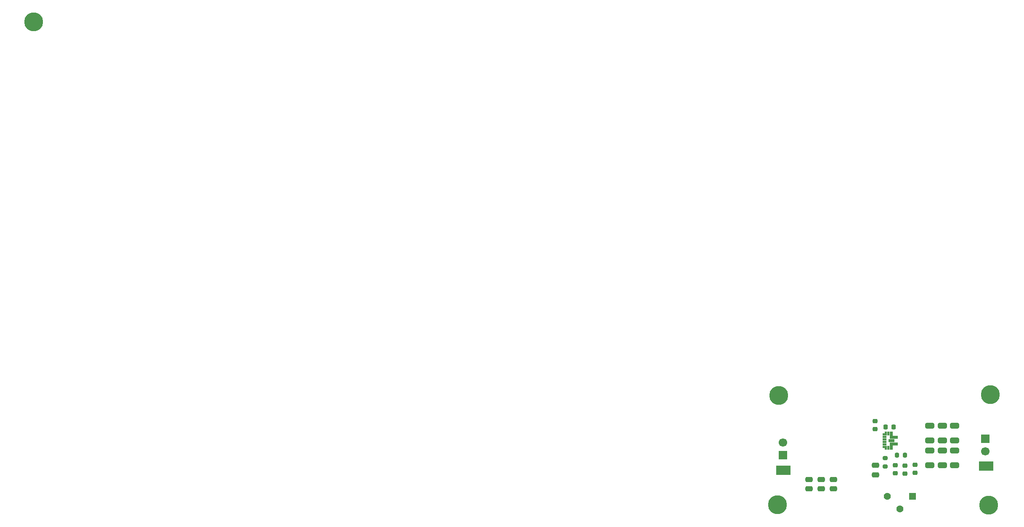
<source format=gbr>
%TF.GenerationSoftware,KiCad,Pcbnew,9.0.4*%
%TF.CreationDate,2025-09-16T11:07:58+03:00*%
%TF.ProjectId,5 to 15v,3520746f-2031-4357-962e-6b696361645f,rev?*%
%TF.SameCoordinates,Original*%
%TF.FileFunction,Soldermask,Top*%
%TF.FilePolarity,Negative*%
%FSLAX46Y46*%
G04 Gerber Fmt 4.6, Leading zero omitted, Abs format (unit mm)*
G04 Created by KiCad (PCBNEW 9.0.4) date 2025-09-16 11:07:58*
%MOMM*%
%LPD*%
G01*
G04 APERTURE LIST*
G04 Aperture macros list*
%AMRoundRect*
0 Rectangle with rounded corners*
0 $1 Rounding radius*
0 $2 $3 $4 $5 $6 $7 $8 $9 X,Y pos of 4 corners*
0 Add a 4 corners polygon primitive as box body*
4,1,4,$2,$3,$4,$5,$6,$7,$8,$9,$2,$3,0*
0 Add four circle primitives for the rounded corners*
1,1,$1+$1,$2,$3*
1,1,$1+$1,$4,$5*
1,1,$1+$1,$6,$7*
1,1,$1+$1,$8,$9*
0 Add four rect primitives between the rounded corners*
20,1,$1+$1,$2,$3,$4,$5,0*
20,1,$1+$1,$4,$5,$6,$7,0*
20,1,$1+$1,$6,$7,$8,$9,0*
20,1,$1+$1,$8,$9,$2,$3,0*%
G04 Aperture macros list end*
%ADD10C,0.010000*%
%ADD11R,1.700000X1.700000*%
%ADD12C,1.700000*%
%ADD13RoundRect,0.102000X-1.350000X0.850000X-1.350000X-0.850000X1.350000X-0.850000X1.350000X0.850000X0*%
%ADD14RoundRect,0.225000X-0.250000X0.225000X-0.250000X-0.225000X0.250000X-0.225000X0.250000X0.225000X0*%
%ADD15C,3.800000*%
%ADD16RoundRect,0.200000X-0.275000X0.200000X-0.275000X-0.200000X0.275000X-0.200000X0.275000X0.200000X0*%
%ADD17RoundRect,0.250000X-0.475000X0.250000X-0.475000X-0.250000X0.475000X-0.250000X0.475000X0.250000X0*%
%ADD18RoundRect,0.250000X-0.650000X0.325000X-0.650000X-0.325000X0.650000X-0.325000X0.650000X0.325000X0*%
%ADD19RoundRect,0.200000X-0.200000X-0.275000X0.200000X-0.275000X0.200000X0.275000X-0.200000X0.275000X0*%
%ADD20RoundRect,0.102000X0.611000X0.611000X-0.611000X0.611000X-0.611000X-0.611000X0.611000X-0.611000X0*%
%ADD21C,1.426000*%
%ADD22RoundRect,0.225000X-0.225000X-0.250000X0.225000X-0.250000X0.225000X0.250000X-0.225000X0.250000X0*%
%ADD23RoundRect,0.250000X0.650000X-0.325000X0.650000X0.325000X-0.650000X0.325000X-0.650000X-0.325000X0*%
G04 APERTURE END LIST*
D10*
%TO.C,TPS1*%
X173630000Y-85576000D02*
X173631000Y-85576000D01*
X173633000Y-85576000D01*
X173634000Y-85577000D01*
X173635000Y-85577000D01*
X173636000Y-85578000D01*
X173637000Y-85578000D01*
X173639000Y-85579000D01*
X173640000Y-85580000D01*
X173641000Y-85581000D01*
X173642000Y-85581000D01*
X173643000Y-85582000D01*
X173644000Y-85583000D01*
X173644000Y-85584000D01*
X173645000Y-85585000D01*
X173646000Y-85586000D01*
X173647000Y-85587000D01*
X173647000Y-85589000D01*
X173648000Y-85590000D01*
X173648000Y-85591000D01*
X173649000Y-85592000D01*
X173649000Y-85594000D01*
X173649000Y-85595000D01*
X173650000Y-85596000D01*
X173650000Y-85597000D01*
X173650000Y-85599000D01*
X173650000Y-85600000D01*
X173650000Y-85900000D01*
X173650000Y-85901000D01*
X173650000Y-85903000D01*
X173650000Y-85904000D01*
X173649000Y-85905000D01*
X173649000Y-85906000D01*
X173649000Y-85908000D01*
X173648000Y-85909000D01*
X173648000Y-85910000D01*
X173647000Y-85911000D01*
X173647000Y-85912000D01*
X173646000Y-85914000D01*
X173645000Y-85915000D01*
X173644000Y-85916000D01*
X173644000Y-85917000D01*
X173643000Y-85918000D01*
X173642000Y-85919000D01*
X173641000Y-85919000D01*
X173640000Y-85920000D01*
X173639000Y-85921000D01*
X173637000Y-85922000D01*
X173636000Y-85922000D01*
X173635000Y-85923000D01*
X173634000Y-85923000D01*
X173633000Y-85924000D01*
X173631000Y-85924000D01*
X173630000Y-85924000D01*
X173629000Y-85925000D01*
X173628000Y-85925000D01*
X173626000Y-85925000D01*
X173625000Y-85925000D01*
X173025000Y-85925000D01*
X173024000Y-85925000D01*
X173022000Y-85925000D01*
X173021000Y-85925000D01*
X173020000Y-85924000D01*
X173019000Y-85924000D01*
X173017000Y-85924000D01*
X173016000Y-85923000D01*
X173015000Y-85923000D01*
X173014000Y-85922000D01*
X173012000Y-85922000D01*
X173011000Y-85921000D01*
X173010000Y-85920000D01*
X173009000Y-85919000D01*
X173008000Y-85919000D01*
X173007000Y-85918000D01*
X173006000Y-85917000D01*
X173006000Y-85916000D01*
X173005000Y-85915000D01*
X173004000Y-85914000D01*
X173003000Y-85913000D01*
X173003000Y-85911000D01*
X173002000Y-85910000D01*
X173002000Y-85909000D01*
X173001000Y-85908000D01*
X173001000Y-85906000D01*
X173001000Y-85905000D01*
X173000000Y-85904000D01*
X173000000Y-85903000D01*
X173000000Y-85901000D01*
X173000000Y-85900000D01*
X173000000Y-85600000D01*
X173000000Y-85599000D01*
X173000000Y-85597000D01*
X173000000Y-85596000D01*
X173001000Y-85595000D01*
X173001000Y-85594000D01*
X173001000Y-85592000D01*
X173002000Y-85591000D01*
X173002000Y-85590000D01*
X173003000Y-85589000D01*
X173003000Y-85587000D01*
X173004000Y-85586000D01*
X173005000Y-85585000D01*
X173006000Y-85584000D01*
X173006000Y-85583000D01*
X173007000Y-85582000D01*
X173008000Y-85581000D01*
X173009000Y-85581000D01*
X173010000Y-85580000D01*
X173011000Y-85579000D01*
X173012000Y-85578000D01*
X173014000Y-85578000D01*
X173015000Y-85577000D01*
X173016000Y-85577000D01*
X173017000Y-85576000D01*
X173019000Y-85576000D01*
X173020000Y-85576000D01*
X173021000Y-85575000D01*
X173022000Y-85575000D01*
X173024000Y-85575000D01*
X173025000Y-85575000D01*
X173625000Y-85575000D01*
X173626000Y-85575000D01*
X173628000Y-85575000D01*
X173629000Y-85575000D01*
X173630000Y-85576000D01*
G36*
X173630000Y-85576000D02*
G01*
X173631000Y-85576000D01*
X173633000Y-85576000D01*
X173634000Y-85577000D01*
X173635000Y-85577000D01*
X173636000Y-85578000D01*
X173637000Y-85578000D01*
X173639000Y-85579000D01*
X173640000Y-85580000D01*
X173641000Y-85581000D01*
X173642000Y-85581000D01*
X173643000Y-85582000D01*
X173644000Y-85583000D01*
X173644000Y-85584000D01*
X173645000Y-85585000D01*
X173646000Y-85586000D01*
X173647000Y-85587000D01*
X173647000Y-85589000D01*
X173648000Y-85590000D01*
X173648000Y-85591000D01*
X173649000Y-85592000D01*
X173649000Y-85594000D01*
X173649000Y-85595000D01*
X173650000Y-85596000D01*
X173650000Y-85597000D01*
X173650000Y-85599000D01*
X173650000Y-85600000D01*
X173650000Y-85900000D01*
X173650000Y-85901000D01*
X173650000Y-85903000D01*
X173650000Y-85904000D01*
X173649000Y-85905000D01*
X173649000Y-85906000D01*
X173649000Y-85908000D01*
X173648000Y-85909000D01*
X173648000Y-85910000D01*
X173647000Y-85911000D01*
X173647000Y-85912000D01*
X173646000Y-85914000D01*
X173645000Y-85915000D01*
X173644000Y-85916000D01*
X173644000Y-85917000D01*
X173643000Y-85918000D01*
X173642000Y-85919000D01*
X173641000Y-85919000D01*
X173640000Y-85920000D01*
X173639000Y-85921000D01*
X173637000Y-85922000D01*
X173636000Y-85922000D01*
X173635000Y-85923000D01*
X173634000Y-85923000D01*
X173633000Y-85924000D01*
X173631000Y-85924000D01*
X173630000Y-85924000D01*
X173629000Y-85925000D01*
X173628000Y-85925000D01*
X173626000Y-85925000D01*
X173625000Y-85925000D01*
X173025000Y-85925000D01*
X173024000Y-85925000D01*
X173022000Y-85925000D01*
X173021000Y-85925000D01*
X173020000Y-85924000D01*
X173019000Y-85924000D01*
X173017000Y-85924000D01*
X173016000Y-85923000D01*
X173015000Y-85923000D01*
X173014000Y-85922000D01*
X173012000Y-85922000D01*
X173011000Y-85921000D01*
X173010000Y-85920000D01*
X173009000Y-85919000D01*
X173008000Y-85919000D01*
X173007000Y-85918000D01*
X173006000Y-85917000D01*
X173006000Y-85916000D01*
X173005000Y-85915000D01*
X173004000Y-85914000D01*
X173003000Y-85913000D01*
X173003000Y-85911000D01*
X173002000Y-85910000D01*
X173002000Y-85909000D01*
X173001000Y-85908000D01*
X173001000Y-85906000D01*
X173001000Y-85905000D01*
X173000000Y-85904000D01*
X173000000Y-85903000D01*
X173000000Y-85901000D01*
X173000000Y-85900000D01*
X173000000Y-85600000D01*
X173000000Y-85599000D01*
X173000000Y-85597000D01*
X173000000Y-85596000D01*
X173001000Y-85595000D01*
X173001000Y-85594000D01*
X173001000Y-85592000D01*
X173002000Y-85591000D01*
X173002000Y-85590000D01*
X173003000Y-85589000D01*
X173003000Y-85587000D01*
X173004000Y-85586000D01*
X173005000Y-85585000D01*
X173006000Y-85584000D01*
X173006000Y-85583000D01*
X173007000Y-85582000D01*
X173008000Y-85581000D01*
X173009000Y-85581000D01*
X173010000Y-85580000D01*
X173011000Y-85579000D01*
X173012000Y-85578000D01*
X173014000Y-85578000D01*
X173015000Y-85577000D01*
X173016000Y-85577000D01*
X173017000Y-85576000D01*
X173019000Y-85576000D01*
X173020000Y-85576000D01*
X173021000Y-85575000D01*
X173022000Y-85575000D01*
X173024000Y-85575000D01*
X173025000Y-85575000D01*
X173625000Y-85575000D01*
X173626000Y-85575000D01*
X173628000Y-85575000D01*
X173629000Y-85575000D01*
X173630000Y-85576000D01*
G37*
X173630000Y-86076000D02*
X173631000Y-86076000D01*
X173633000Y-86076000D01*
X173634000Y-86077000D01*
X173635000Y-86077000D01*
X173636000Y-86078000D01*
X173637000Y-86078000D01*
X173639000Y-86079000D01*
X173640000Y-86080000D01*
X173641000Y-86081000D01*
X173642000Y-86081000D01*
X173643000Y-86082000D01*
X173644000Y-86083000D01*
X173644000Y-86084000D01*
X173645000Y-86085000D01*
X173646000Y-86086000D01*
X173647000Y-86088000D01*
X173647000Y-86089000D01*
X173648000Y-86090000D01*
X173648000Y-86091000D01*
X173649000Y-86092000D01*
X173649000Y-86094000D01*
X173649000Y-86095000D01*
X173650000Y-86096000D01*
X173650000Y-86097000D01*
X173650000Y-86099000D01*
X173650000Y-86100000D01*
X173650000Y-86400000D01*
X173650000Y-86401000D01*
X173650000Y-86403000D01*
X173650000Y-86404000D01*
X173649000Y-86405000D01*
X173649000Y-86406000D01*
X173649000Y-86408000D01*
X173648000Y-86409000D01*
X173648000Y-86410000D01*
X173647000Y-86411000D01*
X173647000Y-86413000D01*
X173646000Y-86414000D01*
X173645000Y-86415000D01*
X173644000Y-86416000D01*
X173644000Y-86417000D01*
X173643000Y-86418000D01*
X173642000Y-86419000D01*
X173641000Y-86419000D01*
X173640000Y-86420000D01*
X173639000Y-86421000D01*
X173637000Y-86422000D01*
X173636000Y-86422000D01*
X173635000Y-86423000D01*
X173634000Y-86423000D01*
X173633000Y-86424000D01*
X173631000Y-86424000D01*
X173630000Y-86424000D01*
X173629000Y-86425000D01*
X173628000Y-86425000D01*
X173626000Y-86425000D01*
X173625000Y-86425000D01*
X173025000Y-86425000D01*
X173024000Y-86425000D01*
X173022000Y-86425000D01*
X173021000Y-86425000D01*
X173020000Y-86424000D01*
X173019000Y-86424000D01*
X173017000Y-86424000D01*
X173016000Y-86423000D01*
X173015000Y-86423000D01*
X173014000Y-86422000D01*
X173012000Y-86422000D01*
X173011000Y-86421000D01*
X173010000Y-86420000D01*
X173009000Y-86419000D01*
X173008000Y-86419000D01*
X173007000Y-86418000D01*
X173006000Y-86417000D01*
X173006000Y-86416000D01*
X173005000Y-86415000D01*
X173004000Y-86414000D01*
X173003000Y-86413000D01*
X173003000Y-86411000D01*
X173002000Y-86410000D01*
X173002000Y-86409000D01*
X173001000Y-86408000D01*
X173001000Y-86406000D01*
X173001000Y-86405000D01*
X173000000Y-86404000D01*
X173000000Y-86403000D01*
X173000000Y-86401000D01*
X173000000Y-86400000D01*
X173000000Y-86100000D01*
X173000000Y-86099000D01*
X173000000Y-86097000D01*
X173000000Y-86096000D01*
X173001000Y-86095000D01*
X173001000Y-86094000D01*
X173001000Y-86092000D01*
X173002000Y-86091000D01*
X173002000Y-86090000D01*
X173003000Y-86089000D01*
X173003000Y-86088000D01*
X173004000Y-86086000D01*
X173005000Y-86085000D01*
X173006000Y-86084000D01*
X173006000Y-86083000D01*
X173007000Y-86082000D01*
X173008000Y-86081000D01*
X173009000Y-86081000D01*
X173010000Y-86080000D01*
X173011000Y-86079000D01*
X173012000Y-86078000D01*
X173014000Y-86078000D01*
X173015000Y-86077000D01*
X173016000Y-86077000D01*
X173017000Y-86076000D01*
X173019000Y-86076000D01*
X173020000Y-86076000D01*
X173021000Y-86075000D01*
X173022000Y-86075000D01*
X173024000Y-86075000D01*
X173025000Y-86075000D01*
X173625000Y-86075000D01*
X173626000Y-86075000D01*
X173628000Y-86075000D01*
X173629000Y-86075000D01*
X173630000Y-86076000D01*
G36*
X173630000Y-86076000D02*
G01*
X173631000Y-86076000D01*
X173633000Y-86076000D01*
X173634000Y-86077000D01*
X173635000Y-86077000D01*
X173636000Y-86078000D01*
X173637000Y-86078000D01*
X173639000Y-86079000D01*
X173640000Y-86080000D01*
X173641000Y-86081000D01*
X173642000Y-86081000D01*
X173643000Y-86082000D01*
X173644000Y-86083000D01*
X173644000Y-86084000D01*
X173645000Y-86085000D01*
X173646000Y-86086000D01*
X173647000Y-86088000D01*
X173647000Y-86089000D01*
X173648000Y-86090000D01*
X173648000Y-86091000D01*
X173649000Y-86092000D01*
X173649000Y-86094000D01*
X173649000Y-86095000D01*
X173650000Y-86096000D01*
X173650000Y-86097000D01*
X173650000Y-86099000D01*
X173650000Y-86100000D01*
X173650000Y-86400000D01*
X173650000Y-86401000D01*
X173650000Y-86403000D01*
X173650000Y-86404000D01*
X173649000Y-86405000D01*
X173649000Y-86406000D01*
X173649000Y-86408000D01*
X173648000Y-86409000D01*
X173648000Y-86410000D01*
X173647000Y-86411000D01*
X173647000Y-86413000D01*
X173646000Y-86414000D01*
X173645000Y-86415000D01*
X173644000Y-86416000D01*
X173644000Y-86417000D01*
X173643000Y-86418000D01*
X173642000Y-86419000D01*
X173641000Y-86419000D01*
X173640000Y-86420000D01*
X173639000Y-86421000D01*
X173637000Y-86422000D01*
X173636000Y-86422000D01*
X173635000Y-86423000D01*
X173634000Y-86423000D01*
X173633000Y-86424000D01*
X173631000Y-86424000D01*
X173630000Y-86424000D01*
X173629000Y-86425000D01*
X173628000Y-86425000D01*
X173626000Y-86425000D01*
X173625000Y-86425000D01*
X173025000Y-86425000D01*
X173024000Y-86425000D01*
X173022000Y-86425000D01*
X173021000Y-86425000D01*
X173020000Y-86424000D01*
X173019000Y-86424000D01*
X173017000Y-86424000D01*
X173016000Y-86423000D01*
X173015000Y-86423000D01*
X173014000Y-86422000D01*
X173012000Y-86422000D01*
X173011000Y-86421000D01*
X173010000Y-86420000D01*
X173009000Y-86419000D01*
X173008000Y-86419000D01*
X173007000Y-86418000D01*
X173006000Y-86417000D01*
X173006000Y-86416000D01*
X173005000Y-86415000D01*
X173004000Y-86414000D01*
X173003000Y-86413000D01*
X173003000Y-86411000D01*
X173002000Y-86410000D01*
X173002000Y-86409000D01*
X173001000Y-86408000D01*
X173001000Y-86406000D01*
X173001000Y-86405000D01*
X173000000Y-86404000D01*
X173000000Y-86403000D01*
X173000000Y-86401000D01*
X173000000Y-86400000D01*
X173000000Y-86100000D01*
X173000000Y-86099000D01*
X173000000Y-86097000D01*
X173000000Y-86096000D01*
X173001000Y-86095000D01*
X173001000Y-86094000D01*
X173001000Y-86092000D01*
X173002000Y-86091000D01*
X173002000Y-86090000D01*
X173003000Y-86089000D01*
X173003000Y-86088000D01*
X173004000Y-86086000D01*
X173005000Y-86085000D01*
X173006000Y-86084000D01*
X173006000Y-86083000D01*
X173007000Y-86082000D01*
X173008000Y-86081000D01*
X173009000Y-86081000D01*
X173010000Y-86080000D01*
X173011000Y-86079000D01*
X173012000Y-86078000D01*
X173014000Y-86078000D01*
X173015000Y-86077000D01*
X173016000Y-86077000D01*
X173017000Y-86076000D01*
X173019000Y-86076000D01*
X173020000Y-86076000D01*
X173021000Y-86075000D01*
X173022000Y-86075000D01*
X173024000Y-86075000D01*
X173025000Y-86075000D01*
X173625000Y-86075000D01*
X173626000Y-86075000D01*
X173628000Y-86075000D01*
X173629000Y-86075000D01*
X173630000Y-86076000D01*
G37*
X173630000Y-86576000D02*
X173631000Y-86576000D01*
X173633000Y-86576000D01*
X173634000Y-86577000D01*
X173635000Y-86577000D01*
X173636000Y-86578000D01*
X173637000Y-86578000D01*
X173639000Y-86579000D01*
X173640000Y-86580000D01*
X173641000Y-86581000D01*
X173642000Y-86581000D01*
X173643000Y-86582000D01*
X173644000Y-86583000D01*
X173644000Y-86584000D01*
X173645000Y-86585000D01*
X173646000Y-86586000D01*
X173647000Y-86587000D01*
X173647000Y-86589000D01*
X173648000Y-86590000D01*
X173648000Y-86591000D01*
X173649000Y-86592000D01*
X173649000Y-86594000D01*
X173649000Y-86595000D01*
X173650000Y-86596000D01*
X173650000Y-86597000D01*
X173650000Y-86599000D01*
X173650000Y-86600000D01*
X173650000Y-86900000D01*
X173650000Y-86901000D01*
X173650000Y-86903000D01*
X173650000Y-86904000D01*
X173649000Y-86905000D01*
X173649000Y-86906000D01*
X173649000Y-86908000D01*
X173648000Y-86909000D01*
X173648000Y-86910000D01*
X173647000Y-86911000D01*
X173647000Y-86912000D01*
X173646000Y-86914000D01*
X173645000Y-86915000D01*
X173644000Y-86916000D01*
X173644000Y-86917000D01*
X173643000Y-86918000D01*
X173642000Y-86919000D01*
X173641000Y-86919000D01*
X173640000Y-86920000D01*
X173639000Y-86921000D01*
X173637000Y-86922000D01*
X173636000Y-86922000D01*
X173635000Y-86923000D01*
X173634000Y-86923000D01*
X173633000Y-86924000D01*
X173631000Y-86924000D01*
X173630000Y-86924000D01*
X173629000Y-86925000D01*
X173628000Y-86925000D01*
X173626000Y-86925000D01*
X173625000Y-86925000D01*
X173025000Y-86925000D01*
X173024000Y-86925000D01*
X173022000Y-86925000D01*
X173021000Y-86925000D01*
X173020000Y-86924000D01*
X173019000Y-86924000D01*
X173017000Y-86924000D01*
X173016000Y-86923000D01*
X173015000Y-86923000D01*
X173014000Y-86922000D01*
X173012000Y-86922000D01*
X173011000Y-86921000D01*
X173010000Y-86920000D01*
X173009000Y-86919000D01*
X173008000Y-86919000D01*
X173007000Y-86918000D01*
X173006000Y-86917000D01*
X173006000Y-86916000D01*
X173005000Y-86915000D01*
X173004000Y-86914000D01*
X173003000Y-86912000D01*
X173003000Y-86911000D01*
X173002000Y-86910000D01*
X173002000Y-86909000D01*
X173001000Y-86908000D01*
X173001000Y-86906000D01*
X173001000Y-86905000D01*
X173000000Y-86904000D01*
X173000000Y-86903000D01*
X173000000Y-86901000D01*
X173000000Y-86900000D01*
X173000000Y-86600000D01*
X173000000Y-86599000D01*
X173000000Y-86597000D01*
X173000000Y-86596000D01*
X173001000Y-86595000D01*
X173001000Y-86594000D01*
X173001000Y-86592000D01*
X173002000Y-86591000D01*
X173002000Y-86590000D01*
X173003000Y-86589000D01*
X173003000Y-86587000D01*
X173004000Y-86586000D01*
X173005000Y-86585000D01*
X173006000Y-86584000D01*
X173006000Y-86583000D01*
X173007000Y-86582000D01*
X173008000Y-86581000D01*
X173009000Y-86581000D01*
X173010000Y-86580000D01*
X173011000Y-86579000D01*
X173012000Y-86578000D01*
X173014000Y-86578000D01*
X173015000Y-86577000D01*
X173016000Y-86577000D01*
X173017000Y-86576000D01*
X173019000Y-86576000D01*
X173020000Y-86576000D01*
X173021000Y-86575000D01*
X173022000Y-86575000D01*
X173024000Y-86575000D01*
X173025000Y-86575000D01*
X173625000Y-86575000D01*
X173626000Y-86575000D01*
X173628000Y-86575000D01*
X173629000Y-86575000D01*
X173630000Y-86576000D01*
G36*
X173630000Y-86576000D02*
G01*
X173631000Y-86576000D01*
X173633000Y-86576000D01*
X173634000Y-86577000D01*
X173635000Y-86577000D01*
X173636000Y-86578000D01*
X173637000Y-86578000D01*
X173639000Y-86579000D01*
X173640000Y-86580000D01*
X173641000Y-86581000D01*
X173642000Y-86581000D01*
X173643000Y-86582000D01*
X173644000Y-86583000D01*
X173644000Y-86584000D01*
X173645000Y-86585000D01*
X173646000Y-86586000D01*
X173647000Y-86587000D01*
X173647000Y-86589000D01*
X173648000Y-86590000D01*
X173648000Y-86591000D01*
X173649000Y-86592000D01*
X173649000Y-86594000D01*
X173649000Y-86595000D01*
X173650000Y-86596000D01*
X173650000Y-86597000D01*
X173650000Y-86599000D01*
X173650000Y-86600000D01*
X173650000Y-86900000D01*
X173650000Y-86901000D01*
X173650000Y-86903000D01*
X173650000Y-86904000D01*
X173649000Y-86905000D01*
X173649000Y-86906000D01*
X173649000Y-86908000D01*
X173648000Y-86909000D01*
X173648000Y-86910000D01*
X173647000Y-86911000D01*
X173647000Y-86912000D01*
X173646000Y-86914000D01*
X173645000Y-86915000D01*
X173644000Y-86916000D01*
X173644000Y-86917000D01*
X173643000Y-86918000D01*
X173642000Y-86919000D01*
X173641000Y-86919000D01*
X173640000Y-86920000D01*
X173639000Y-86921000D01*
X173637000Y-86922000D01*
X173636000Y-86922000D01*
X173635000Y-86923000D01*
X173634000Y-86923000D01*
X173633000Y-86924000D01*
X173631000Y-86924000D01*
X173630000Y-86924000D01*
X173629000Y-86925000D01*
X173628000Y-86925000D01*
X173626000Y-86925000D01*
X173625000Y-86925000D01*
X173025000Y-86925000D01*
X173024000Y-86925000D01*
X173022000Y-86925000D01*
X173021000Y-86925000D01*
X173020000Y-86924000D01*
X173019000Y-86924000D01*
X173017000Y-86924000D01*
X173016000Y-86923000D01*
X173015000Y-86923000D01*
X173014000Y-86922000D01*
X173012000Y-86922000D01*
X173011000Y-86921000D01*
X173010000Y-86920000D01*
X173009000Y-86919000D01*
X173008000Y-86919000D01*
X173007000Y-86918000D01*
X173006000Y-86917000D01*
X173006000Y-86916000D01*
X173005000Y-86915000D01*
X173004000Y-86914000D01*
X173003000Y-86912000D01*
X173003000Y-86911000D01*
X173002000Y-86910000D01*
X173002000Y-86909000D01*
X173001000Y-86908000D01*
X173001000Y-86906000D01*
X173001000Y-86905000D01*
X173000000Y-86904000D01*
X173000000Y-86903000D01*
X173000000Y-86901000D01*
X173000000Y-86900000D01*
X173000000Y-86600000D01*
X173000000Y-86599000D01*
X173000000Y-86597000D01*
X173000000Y-86596000D01*
X173001000Y-86595000D01*
X173001000Y-86594000D01*
X173001000Y-86592000D01*
X173002000Y-86591000D01*
X173002000Y-86590000D01*
X173003000Y-86589000D01*
X173003000Y-86587000D01*
X173004000Y-86586000D01*
X173005000Y-86585000D01*
X173006000Y-86584000D01*
X173006000Y-86583000D01*
X173007000Y-86582000D01*
X173008000Y-86581000D01*
X173009000Y-86581000D01*
X173010000Y-86580000D01*
X173011000Y-86579000D01*
X173012000Y-86578000D01*
X173014000Y-86578000D01*
X173015000Y-86577000D01*
X173016000Y-86577000D01*
X173017000Y-86576000D01*
X173019000Y-86576000D01*
X173020000Y-86576000D01*
X173021000Y-86575000D01*
X173022000Y-86575000D01*
X173024000Y-86575000D01*
X173025000Y-86575000D01*
X173625000Y-86575000D01*
X173626000Y-86575000D01*
X173628000Y-86575000D01*
X173629000Y-86575000D01*
X173630000Y-86576000D01*
G37*
X173630000Y-87076000D02*
X173631000Y-87076000D01*
X173633000Y-87076000D01*
X173634000Y-87077000D01*
X173635000Y-87077000D01*
X173636000Y-87078000D01*
X173637000Y-87078000D01*
X173639000Y-87079000D01*
X173640000Y-87080000D01*
X173641000Y-87081000D01*
X173642000Y-87081000D01*
X173643000Y-87082000D01*
X173644000Y-87083000D01*
X173644000Y-87084000D01*
X173645000Y-87085000D01*
X173646000Y-87086000D01*
X173647000Y-87087000D01*
X173647000Y-87089000D01*
X173648000Y-87090000D01*
X173648000Y-87091000D01*
X173649000Y-87092000D01*
X173649000Y-87094000D01*
X173649000Y-87095000D01*
X173650000Y-87096000D01*
X173650000Y-87097000D01*
X173650000Y-87099000D01*
X173650000Y-87100000D01*
X173650000Y-87400000D01*
X173650000Y-87401000D01*
X173650000Y-87403000D01*
X173650000Y-87404000D01*
X173649000Y-87405000D01*
X173649000Y-87406000D01*
X173649000Y-87408000D01*
X173648000Y-87409000D01*
X173648000Y-87410000D01*
X173647000Y-87411000D01*
X173647000Y-87412000D01*
X173646000Y-87414000D01*
X173645000Y-87415000D01*
X173644000Y-87416000D01*
X173644000Y-87417000D01*
X173643000Y-87418000D01*
X173642000Y-87419000D01*
X173641000Y-87419000D01*
X173640000Y-87420000D01*
X173639000Y-87421000D01*
X173637000Y-87422000D01*
X173636000Y-87422000D01*
X173635000Y-87423000D01*
X173634000Y-87423000D01*
X173633000Y-87424000D01*
X173631000Y-87424000D01*
X173630000Y-87424000D01*
X173629000Y-87425000D01*
X173628000Y-87425000D01*
X173626000Y-87425000D01*
X173625000Y-87425000D01*
X173025000Y-87425000D01*
X173024000Y-87425000D01*
X173022000Y-87425000D01*
X173021000Y-87425000D01*
X173020000Y-87424000D01*
X173019000Y-87424000D01*
X173017000Y-87424000D01*
X173016000Y-87423000D01*
X173015000Y-87423000D01*
X173014000Y-87422000D01*
X173012000Y-87422000D01*
X173011000Y-87421000D01*
X173010000Y-87420000D01*
X173009000Y-87419000D01*
X173008000Y-87419000D01*
X173007000Y-87418000D01*
X173006000Y-87417000D01*
X173006000Y-87416000D01*
X173005000Y-87415000D01*
X173004000Y-87414000D01*
X173003000Y-87413000D01*
X173003000Y-87411000D01*
X173002000Y-87410000D01*
X173002000Y-87409000D01*
X173001000Y-87408000D01*
X173001000Y-87406000D01*
X173001000Y-87405000D01*
X173000000Y-87404000D01*
X173000000Y-87403000D01*
X173000000Y-87401000D01*
X173000000Y-87400000D01*
X173000000Y-87100000D01*
X173000000Y-87099000D01*
X173000000Y-87097000D01*
X173000000Y-87096000D01*
X173001000Y-87095000D01*
X173001000Y-87094000D01*
X173001000Y-87092000D01*
X173002000Y-87091000D01*
X173002000Y-87090000D01*
X173003000Y-87089000D01*
X173003000Y-87087000D01*
X173004000Y-87086000D01*
X173005000Y-87085000D01*
X173006000Y-87084000D01*
X173006000Y-87083000D01*
X173007000Y-87082000D01*
X173008000Y-87081000D01*
X173009000Y-87081000D01*
X173010000Y-87080000D01*
X173011000Y-87079000D01*
X173012000Y-87078000D01*
X173014000Y-87078000D01*
X173015000Y-87077000D01*
X173016000Y-87077000D01*
X173017000Y-87076000D01*
X173019000Y-87076000D01*
X173020000Y-87076000D01*
X173021000Y-87075000D01*
X173022000Y-87075000D01*
X173024000Y-87075000D01*
X173025000Y-87075000D01*
X173625000Y-87075000D01*
X173626000Y-87075000D01*
X173628000Y-87075000D01*
X173629000Y-87075000D01*
X173630000Y-87076000D01*
G36*
X173630000Y-87076000D02*
G01*
X173631000Y-87076000D01*
X173633000Y-87076000D01*
X173634000Y-87077000D01*
X173635000Y-87077000D01*
X173636000Y-87078000D01*
X173637000Y-87078000D01*
X173639000Y-87079000D01*
X173640000Y-87080000D01*
X173641000Y-87081000D01*
X173642000Y-87081000D01*
X173643000Y-87082000D01*
X173644000Y-87083000D01*
X173644000Y-87084000D01*
X173645000Y-87085000D01*
X173646000Y-87086000D01*
X173647000Y-87087000D01*
X173647000Y-87089000D01*
X173648000Y-87090000D01*
X173648000Y-87091000D01*
X173649000Y-87092000D01*
X173649000Y-87094000D01*
X173649000Y-87095000D01*
X173650000Y-87096000D01*
X173650000Y-87097000D01*
X173650000Y-87099000D01*
X173650000Y-87100000D01*
X173650000Y-87400000D01*
X173650000Y-87401000D01*
X173650000Y-87403000D01*
X173650000Y-87404000D01*
X173649000Y-87405000D01*
X173649000Y-87406000D01*
X173649000Y-87408000D01*
X173648000Y-87409000D01*
X173648000Y-87410000D01*
X173647000Y-87411000D01*
X173647000Y-87412000D01*
X173646000Y-87414000D01*
X173645000Y-87415000D01*
X173644000Y-87416000D01*
X173644000Y-87417000D01*
X173643000Y-87418000D01*
X173642000Y-87419000D01*
X173641000Y-87419000D01*
X173640000Y-87420000D01*
X173639000Y-87421000D01*
X173637000Y-87422000D01*
X173636000Y-87422000D01*
X173635000Y-87423000D01*
X173634000Y-87423000D01*
X173633000Y-87424000D01*
X173631000Y-87424000D01*
X173630000Y-87424000D01*
X173629000Y-87425000D01*
X173628000Y-87425000D01*
X173626000Y-87425000D01*
X173625000Y-87425000D01*
X173025000Y-87425000D01*
X173024000Y-87425000D01*
X173022000Y-87425000D01*
X173021000Y-87425000D01*
X173020000Y-87424000D01*
X173019000Y-87424000D01*
X173017000Y-87424000D01*
X173016000Y-87423000D01*
X173015000Y-87423000D01*
X173014000Y-87422000D01*
X173012000Y-87422000D01*
X173011000Y-87421000D01*
X173010000Y-87420000D01*
X173009000Y-87419000D01*
X173008000Y-87419000D01*
X173007000Y-87418000D01*
X173006000Y-87417000D01*
X173006000Y-87416000D01*
X173005000Y-87415000D01*
X173004000Y-87414000D01*
X173003000Y-87413000D01*
X173003000Y-87411000D01*
X173002000Y-87410000D01*
X173002000Y-87409000D01*
X173001000Y-87408000D01*
X173001000Y-87406000D01*
X173001000Y-87405000D01*
X173000000Y-87404000D01*
X173000000Y-87403000D01*
X173000000Y-87401000D01*
X173000000Y-87400000D01*
X173000000Y-87100000D01*
X173000000Y-87099000D01*
X173000000Y-87097000D01*
X173000000Y-87096000D01*
X173001000Y-87095000D01*
X173001000Y-87094000D01*
X173001000Y-87092000D01*
X173002000Y-87091000D01*
X173002000Y-87090000D01*
X173003000Y-87089000D01*
X173003000Y-87087000D01*
X173004000Y-87086000D01*
X173005000Y-87085000D01*
X173006000Y-87084000D01*
X173006000Y-87083000D01*
X173007000Y-87082000D01*
X173008000Y-87081000D01*
X173009000Y-87081000D01*
X173010000Y-87080000D01*
X173011000Y-87079000D01*
X173012000Y-87078000D01*
X173014000Y-87078000D01*
X173015000Y-87077000D01*
X173016000Y-87077000D01*
X173017000Y-87076000D01*
X173019000Y-87076000D01*
X173020000Y-87076000D01*
X173021000Y-87075000D01*
X173022000Y-87075000D01*
X173024000Y-87075000D01*
X173025000Y-87075000D01*
X173625000Y-87075000D01*
X173626000Y-87075000D01*
X173628000Y-87075000D01*
X173629000Y-87075000D01*
X173630000Y-87076000D01*
G37*
X174280000Y-84751000D02*
X174281000Y-84751000D01*
X174283000Y-84751000D01*
X174284000Y-84752000D01*
X174285000Y-84752000D01*
X174286000Y-84753000D01*
X174288000Y-84753000D01*
X174289000Y-84754000D01*
X174290000Y-84755000D01*
X174291000Y-84756000D01*
X174292000Y-84756000D01*
X174293000Y-84757000D01*
X174294000Y-84758000D01*
X174294000Y-84759000D01*
X174295000Y-84760000D01*
X174296000Y-84761000D01*
X174297000Y-84762000D01*
X174297000Y-84764000D01*
X174298000Y-84765000D01*
X174298000Y-84766000D01*
X174299000Y-84767000D01*
X174299000Y-84769000D01*
X174299000Y-84770000D01*
X174300000Y-84771000D01*
X174300000Y-84772000D01*
X174300000Y-84774000D01*
X174300000Y-84775000D01*
X174300000Y-85375000D01*
X174300000Y-85376000D01*
X174300000Y-85378000D01*
X174300000Y-85379000D01*
X174299000Y-85380000D01*
X174299000Y-85381000D01*
X174299000Y-85383000D01*
X174298000Y-85384000D01*
X174298000Y-85385000D01*
X174297000Y-85386000D01*
X174297000Y-85387000D01*
X174296000Y-85389000D01*
X174295000Y-85390000D01*
X174294000Y-85391000D01*
X174294000Y-85392000D01*
X174293000Y-85393000D01*
X174292000Y-85394000D01*
X174291000Y-85394000D01*
X174290000Y-85395000D01*
X174289000Y-85396000D01*
X174288000Y-85397000D01*
X174286000Y-85397000D01*
X174285000Y-85398000D01*
X174284000Y-85398000D01*
X174283000Y-85399000D01*
X174281000Y-85399000D01*
X174280000Y-85399000D01*
X174279000Y-85400000D01*
X174278000Y-85400000D01*
X174276000Y-85400000D01*
X174275000Y-85400000D01*
X173975000Y-85400000D01*
X173974000Y-85400000D01*
X173972000Y-85400000D01*
X173971000Y-85400000D01*
X173970000Y-85399000D01*
X173969000Y-85399000D01*
X173967000Y-85399000D01*
X173966000Y-85398000D01*
X173965000Y-85398000D01*
X173964000Y-85397000D01*
X173962000Y-85397000D01*
X173961000Y-85396000D01*
X173960000Y-85395000D01*
X173959000Y-85394000D01*
X173958000Y-85394000D01*
X173957000Y-85393000D01*
X173956000Y-85392000D01*
X173956000Y-85391000D01*
X173955000Y-85390000D01*
X173954000Y-85389000D01*
X173953000Y-85387000D01*
X173953000Y-85386000D01*
X173952000Y-85385000D01*
X173952000Y-85384000D01*
X173951000Y-85383000D01*
X173951000Y-85381000D01*
X173951000Y-85380000D01*
X173950000Y-85379000D01*
X173950000Y-85378000D01*
X173950000Y-85376000D01*
X173950000Y-85375000D01*
X173950000Y-84775000D01*
X173950000Y-84774000D01*
X173950000Y-84772000D01*
X173950000Y-84771000D01*
X173951000Y-84770000D01*
X173951000Y-84769000D01*
X173951000Y-84767000D01*
X173952000Y-84766000D01*
X173952000Y-84765000D01*
X173953000Y-84764000D01*
X173953000Y-84762000D01*
X173954000Y-84761000D01*
X173955000Y-84760000D01*
X173956000Y-84759000D01*
X173956000Y-84758000D01*
X173957000Y-84757000D01*
X173958000Y-84756000D01*
X173959000Y-84756000D01*
X173960000Y-84755000D01*
X173961000Y-84754000D01*
X173962000Y-84753000D01*
X173964000Y-84753000D01*
X173965000Y-84752000D01*
X173966000Y-84752000D01*
X173967000Y-84751000D01*
X173969000Y-84751000D01*
X173970000Y-84751000D01*
X173971000Y-84750000D01*
X173972000Y-84750000D01*
X173974000Y-84750000D01*
X173975000Y-84750000D01*
X174275000Y-84750000D01*
X174276000Y-84750000D01*
X174278000Y-84750000D01*
X174279000Y-84750000D01*
X174280000Y-84751000D01*
G36*
X174280000Y-84751000D02*
G01*
X174281000Y-84751000D01*
X174283000Y-84751000D01*
X174284000Y-84752000D01*
X174285000Y-84752000D01*
X174286000Y-84753000D01*
X174288000Y-84753000D01*
X174289000Y-84754000D01*
X174290000Y-84755000D01*
X174291000Y-84756000D01*
X174292000Y-84756000D01*
X174293000Y-84757000D01*
X174294000Y-84758000D01*
X174294000Y-84759000D01*
X174295000Y-84760000D01*
X174296000Y-84761000D01*
X174297000Y-84762000D01*
X174297000Y-84764000D01*
X174298000Y-84765000D01*
X174298000Y-84766000D01*
X174299000Y-84767000D01*
X174299000Y-84769000D01*
X174299000Y-84770000D01*
X174300000Y-84771000D01*
X174300000Y-84772000D01*
X174300000Y-84774000D01*
X174300000Y-84775000D01*
X174300000Y-85375000D01*
X174300000Y-85376000D01*
X174300000Y-85378000D01*
X174300000Y-85379000D01*
X174299000Y-85380000D01*
X174299000Y-85381000D01*
X174299000Y-85383000D01*
X174298000Y-85384000D01*
X174298000Y-85385000D01*
X174297000Y-85386000D01*
X174297000Y-85387000D01*
X174296000Y-85389000D01*
X174295000Y-85390000D01*
X174294000Y-85391000D01*
X174294000Y-85392000D01*
X174293000Y-85393000D01*
X174292000Y-85394000D01*
X174291000Y-85394000D01*
X174290000Y-85395000D01*
X174289000Y-85396000D01*
X174288000Y-85397000D01*
X174286000Y-85397000D01*
X174285000Y-85398000D01*
X174284000Y-85398000D01*
X174283000Y-85399000D01*
X174281000Y-85399000D01*
X174280000Y-85399000D01*
X174279000Y-85400000D01*
X174278000Y-85400000D01*
X174276000Y-85400000D01*
X174275000Y-85400000D01*
X173975000Y-85400000D01*
X173974000Y-85400000D01*
X173972000Y-85400000D01*
X173971000Y-85400000D01*
X173970000Y-85399000D01*
X173969000Y-85399000D01*
X173967000Y-85399000D01*
X173966000Y-85398000D01*
X173965000Y-85398000D01*
X173964000Y-85397000D01*
X173962000Y-85397000D01*
X173961000Y-85396000D01*
X173960000Y-85395000D01*
X173959000Y-85394000D01*
X173958000Y-85394000D01*
X173957000Y-85393000D01*
X173956000Y-85392000D01*
X173956000Y-85391000D01*
X173955000Y-85390000D01*
X173954000Y-85389000D01*
X173953000Y-85387000D01*
X173953000Y-85386000D01*
X173952000Y-85385000D01*
X173952000Y-85384000D01*
X173951000Y-85383000D01*
X173951000Y-85381000D01*
X173951000Y-85380000D01*
X173950000Y-85379000D01*
X173950000Y-85378000D01*
X173950000Y-85376000D01*
X173950000Y-85375000D01*
X173950000Y-84775000D01*
X173950000Y-84774000D01*
X173950000Y-84772000D01*
X173950000Y-84771000D01*
X173951000Y-84770000D01*
X173951000Y-84769000D01*
X173951000Y-84767000D01*
X173952000Y-84766000D01*
X173952000Y-84765000D01*
X173953000Y-84764000D01*
X173953000Y-84762000D01*
X173954000Y-84761000D01*
X173955000Y-84760000D01*
X173956000Y-84759000D01*
X173956000Y-84758000D01*
X173957000Y-84757000D01*
X173958000Y-84756000D01*
X173959000Y-84756000D01*
X173960000Y-84755000D01*
X173961000Y-84754000D01*
X173962000Y-84753000D01*
X173964000Y-84753000D01*
X173965000Y-84752000D01*
X173966000Y-84752000D01*
X173967000Y-84751000D01*
X173969000Y-84751000D01*
X173970000Y-84751000D01*
X173971000Y-84750000D01*
X173972000Y-84750000D01*
X173974000Y-84750000D01*
X173975000Y-84750000D01*
X174275000Y-84750000D01*
X174276000Y-84750000D01*
X174278000Y-84750000D01*
X174279000Y-84750000D01*
X174280000Y-84751000D01*
G37*
X174280000Y-87601000D02*
X174281000Y-87601000D01*
X174283000Y-87601000D01*
X174284000Y-87602000D01*
X174285000Y-87602000D01*
X174286000Y-87603000D01*
X174288000Y-87603000D01*
X174289000Y-87604000D01*
X174290000Y-87605000D01*
X174291000Y-87606000D01*
X174292000Y-87606000D01*
X174293000Y-87607000D01*
X174294000Y-87608000D01*
X174294000Y-87609000D01*
X174295000Y-87610000D01*
X174296000Y-87611000D01*
X174297000Y-87613000D01*
X174297000Y-87614000D01*
X174298000Y-87615000D01*
X174298000Y-87616000D01*
X174299000Y-87617000D01*
X174299000Y-87619000D01*
X174299000Y-87620000D01*
X174300000Y-87621000D01*
X174300000Y-87622000D01*
X174300000Y-87624000D01*
X174300000Y-87625000D01*
X174300000Y-88225000D01*
X174300000Y-88226000D01*
X174300000Y-88228000D01*
X174300000Y-88229000D01*
X174299000Y-88230000D01*
X174299000Y-88231000D01*
X174299000Y-88233000D01*
X174298000Y-88234000D01*
X174298000Y-88235000D01*
X174297000Y-88236000D01*
X174297000Y-88238000D01*
X174296000Y-88239000D01*
X174295000Y-88240000D01*
X174294000Y-88241000D01*
X174294000Y-88242000D01*
X174293000Y-88243000D01*
X174292000Y-88244000D01*
X174291000Y-88244000D01*
X174290000Y-88245000D01*
X174289000Y-88246000D01*
X174288000Y-88247000D01*
X174286000Y-88247000D01*
X174285000Y-88248000D01*
X174284000Y-88248000D01*
X174283000Y-88249000D01*
X174281000Y-88249000D01*
X174280000Y-88249000D01*
X174279000Y-88250000D01*
X174278000Y-88250000D01*
X174276000Y-88250000D01*
X174275000Y-88250000D01*
X173975000Y-88250000D01*
X173974000Y-88250000D01*
X173972000Y-88250000D01*
X173971000Y-88250000D01*
X173970000Y-88249000D01*
X173969000Y-88249000D01*
X173967000Y-88249000D01*
X173966000Y-88248000D01*
X173965000Y-88248000D01*
X173964000Y-88247000D01*
X173962000Y-88247000D01*
X173961000Y-88246000D01*
X173960000Y-88245000D01*
X173959000Y-88244000D01*
X173958000Y-88244000D01*
X173957000Y-88243000D01*
X173956000Y-88242000D01*
X173956000Y-88241000D01*
X173955000Y-88240000D01*
X173954000Y-88239000D01*
X173953000Y-88238000D01*
X173953000Y-88236000D01*
X173952000Y-88235000D01*
X173952000Y-88234000D01*
X173951000Y-88233000D01*
X173951000Y-88231000D01*
X173951000Y-88230000D01*
X173950000Y-88229000D01*
X173950000Y-88228000D01*
X173950000Y-88226000D01*
X173950000Y-88225000D01*
X173950000Y-87625000D01*
X173950000Y-87624000D01*
X173950000Y-87622000D01*
X173950000Y-87621000D01*
X173951000Y-87620000D01*
X173951000Y-87619000D01*
X173951000Y-87617000D01*
X173952000Y-87616000D01*
X173952000Y-87615000D01*
X173953000Y-87614000D01*
X173953000Y-87613000D01*
X173954000Y-87611000D01*
X173955000Y-87610000D01*
X173956000Y-87609000D01*
X173956000Y-87608000D01*
X173957000Y-87607000D01*
X173958000Y-87606000D01*
X173959000Y-87606000D01*
X173960000Y-87605000D01*
X173961000Y-87604000D01*
X173962000Y-87603000D01*
X173964000Y-87603000D01*
X173965000Y-87602000D01*
X173966000Y-87602000D01*
X173967000Y-87601000D01*
X173969000Y-87601000D01*
X173970000Y-87601000D01*
X173971000Y-87600000D01*
X173972000Y-87600000D01*
X173974000Y-87600000D01*
X173975000Y-87600000D01*
X174275000Y-87600000D01*
X174276000Y-87600000D01*
X174278000Y-87600000D01*
X174279000Y-87600000D01*
X174280000Y-87601000D01*
G36*
X174280000Y-87601000D02*
G01*
X174281000Y-87601000D01*
X174283000Y-87601000D01*
X174284000Y-87602000D01*
X174285000Y-87602000D01*
X174286000Y-87603000D01*
X174288000Y-87603000D01*
X174289000Y-87604000D01*
X174290000Y-87605000D01*
X174291000Y-87606000D01*
X174292000Y-87606000D01*
X174293000Y-87607000D01*
X174294000Y-87608000D01*
X174294000Y-87609000D01*
X174295000Y-87610000D01*
X174296000Y-87611000D01*
X174297000Y-87613000D01*
X174297000Y-87614000D01*
X174298000Y-87615000D01*
X174298000Y-87616000D01*
X174299000Y-87617000D01*
X174299000Y-87619000D01*
X174299000Y-87620000D01*
X174300000Y-87621000D01*
X174300000Y-87622000D01*
X174300000Y-87624000D01*
X174300000Y-87625000D01*
X174300000Y-88225000D01*
X174300000Y-88226000D01*
X174300000Y-88228000D01*
X174300000Y-88229000D01*
X174299000Y-88230000D01*
X174299000Y-88231000D01*
X174299000Y-88233000D01*
X174298000Y-88234000D01*
X174298000Y-88235000D01*
X174297000Y-88236000D01*
X174297000Y-88238000D01*
X174296000Y-88239000D01*
X174295000Y-88240000D01*
X174294000Y-88241000D01*
X174294000Y-88242000D01*
X174293000Y-88243000D01*
X174292000Y-88244000D01*
X174291000Y-88244000D01*
X174290000Y-88245000D01*
X174289000Y-88246000D01*
X174288000Y-88247000D01*
X174286000Y-88247000D01*
X174285000Y-88248000D01*
X174284000Y-88248000D01*
X174283000Y-88249000D01*
X174281000Y-88249000D01*
X174280000Y-88249000D01*
X174279000Y-88250000D01*
X174278000Y-88250000D01*
X174276000Y-88250000D01*
X174275000Y-88250000D01*
X173975000Y-88250000D01*
X173974000Y-88250000D01*
X173972000Y-88250000D01*
X173971000Y-88250000D01*
X173970000Y-88249000D01*
X173969000Y-88249000D01*
X173967000Y-88249000D01*
X173966000Y-88248000D01*
X173965000Y-88248000D01*
X173964000Y-88247000D01*
X173962000Y-88247000D01*
X173961000Y-88246000D01*
X173960000Y-88245000D01*
X173959000Y-88244000D01*
X173958000Y-88244000D01*
X173957000Y-88243000D01*
X173956000Y-88242000D01*
X173956000Y-88241000D01*
X173955000Y-88240000D01*
X173954000Y-88239000D01*
X173953000Y-88238000D01*
X173953000Y-88236000D01*
X173952000Y-88235000D01*
X173952000Y-88234000D01*
X173951000Y-88233000D01*
X173951000Y-88231000D01*
X173951000Y-88230000D01*
X173950000Y-88229000D01*
X173950000Y-88228000D01*
X173950000Y-88226000D01*
X173950000Y-88225000D01*
X173950000Y-87625000D01*
X173950000Y-87624000D01*
X173950000Y-87622000D01*
X173950000Y-87621000D01*
X173951000Y-87620000D01*
X173951000Y-87619000D01*
X173951000Y-87617000D01*
X173952000Y-87616000D01*
X173952000Y-87615000D01*
X173953000Y-87614000D01*
X173953000Y-87613000D01*
X173954000Y-87611000D01*
X173955000Y-87610000D01*
X173956000Y-87609000D01*
X173956000Y-87608000D01*
X173957000Y-87607000D01*
X173958000Y-87606000D01*
X173959000Y-87606000D01*
X173960000Y-87605000D01*
X173961000Y-87604000D01*
X173962000Y-87603000D01*
X173964000Y-87603000D01*
X173965000Y-87602000D01*
X173966000Y-87602000D01*
X173967000Y-87601000D01*
X173969000Y-87601000D01*
X173970000Y-87601000D01*
X173971000Y-87600000D01*
X173972000Y-87600000D01*
X173974000Y-87600000D01*
X173975000Y-87600000D01*
X174275000Y-87600000D01*
X174276000Y-87600000D01*
X174278000Y-87600000D01*
X174279000Y-87600000D01*
X174280000Y-87601000D01*
G37*
X175280000Y-86251000D02*
X175281000Y-86251000D01*
X175283000Y-86251000D01*
X175284000Y-86252000D01*
X175285000Y-86252000D01*
X175286000Y-86253000D01*
X175288000Y-86253000D01*
X175289000Y-86254000D01*
X175290000Y-86255000D01*
X175291000Y-86256000D01*
X175292000Y-86256000D01*
X175293000Y-86257000D01*
X175294000Y-86258000D01*
X175294000Y-86259000D01*
X175295000Y-86260000D01*
X175296000Y-86261000D01*
X175297000Y-86263000D01*
X175297000Y-86264000D01*
X175298000Y-86265000D01*
X175298000Y-86266000D01*
X175299000Y-86267000D01*
X175299000Y-86269000D01*
X175299000Y-86270000D01*
X175300000Y-86271000D01*
X175300000Y-86272000D01*
X175300000Y-86274000D01*
X175300000Y-86275000D01*
X175300000Y-86725000D01*
X175300000Y-86726000D01*
X175300000Y-86728000D01*
X175300000Y-86729000D01*
X175299000Y-86730000D01*
X175299000Y-86731000D01*
X175299000Y-86733000D01*
X175298000Y-86734000D01*
X175298000Y-86735000D01*
X175297000Y-86736000D01*
X175297000Y-86737000D01*
X175296000Y-86739000D01*
X175295000Y-86740000D01*
X175294000Y-86741000D01*
X175294000Y-86742000D01*
X175293000Y-86743000D01*
X175292000Y-86744000D01*
X175291000Y-86744000D01*
X175290000Y-86745000D01*
X175289000Y-86746000D01*
X175288000Y-86747000D01*
X175286000Y-86747000D01*
X175285000Y-86748000D01*
X175284000Y-86748000D01*
X175283000Y-86749000D01*
X175281000Y-86749000D01*
X175280000Y-86749000D01*
X175279000Y-86750000D01*
X175278000Y-86750000D01*
X175276000Y-86750000D01*
X175275000Y-86750000D01*
X174225000Y-86750000D01*
X174224000Y-86750000D01*
X174222000Y-86750000D01*
X174221000Y-86750000D01*
X174220000Y-86749000D01*
X174219000Y-86749000D01*
X174217000Y-86749000D01*
X174216000Y-86748000D01*
X174215000Y-86748000D01*
X174214000Y-86747000D01*
X174213000Y-86747000D01*
X174211000Y-86746000D01*
X174210000Y-86745000D01*
X174209000Y-86744000D01*
X174208000Y-86744000D01*
X174207000Y-86743000D01*
X174206000Y-86742000D01*
X174206000Y-86741000D01*
X174205000Y-86740000D01*
X174204000Y-86739000D01*
X174203000Y-86737000D01*
X174203000Y-86736000D01*
X174202000Y-86735000D01*
X174202000Y-86734000D01*
X174201000Y-86733000D01*
X174201000Y-86731000D01*
X174201000Y-86730000D01*
X174200000Y-86729000D01*
X174200000Y-86728000D01*
X174200000Y-86726000D01*
X174200000Y-86725000D01*
X174200000Y-86275000D01*
X174200000Y-86274000D01*
X174200000Y-86272000D01*
X174200000Y-86271000D01*
X174201000Y-86270000D01*
X174201000Y-86269000D01*
X174201000Y-86267000D01*
X174202000Y-86266000D01*
X174202000Y-86265000D01*
X174203000Y-86264000D01*
X174203000Y-86263000D01*
X174204000Y-86261000D01*
X174205000Y-86260000D01*
X174206000Y-86259000D01*
X174206000Y-86258000D01*
X174207000Y-86257000D01*
X174208000Y-86256000D01*
X174209000Y-86256000D01*
X174210000Y-86255000D01*
X174211000Y-86254000D01*
X174213000Y-86253000D01*
X174214000Y-86253000D01*
X174215000Y-86252000D01*
X174216000Y-86252000D01*
X174217000Y-86251000D01*
X174219000Y-86251000D01*
X174220000Y-86251000D01*
X174221000Y-86250000D01*
X174222000Y-86250000D01*
X174224000Y-86250000D01*
X174225000Y-86250000D01*
X175275000Y-86250000D01*
X175276000Y-86250000D01*
X175278000Y-86250000D01*
X175279000Y-86250000D01*
X175280000Y-86251000D01*
G36*
X175280000Y-86251000D02*
G01*
X175281000Y-86251000D01*
X175283000Y-86251000D01*
X175284000Y-86252000D01*
X175285000Y-86252000D01*
X175286000Y-86253000D01*
X175288000Y-86253000D01*
X175289000Y-86254000D01*
X175290000Y-86255000D01*
X175291000Y-86256000D01*
X175292000Y-86256000D01*
X175293000Y-86257000D01*
X175294000Y-86258000D01*
X175294000Y-86259000D01*
X175295000Y-86260000D01*
X175296000Y-86261000D01*
X175297000Y-86263000D01*
X175297000Y-86264000D01*
X175298000Y-86265000D01*
X175298000Y-86266000D01*
X175299000Y-86267000D01*
X175299000Y-86269000D01*
X175299000Y-86270000D01*
X175300000Y-86271000D01*
X175300000Y-86272000D01*
X175300000Y-86274000D01*
X175300000Y-86275000D01*
X175300000Y-86725000D01*
X175300000Y-86726000D01*
X175300000Y-86728000D01*
X175300000Y-86729000D01*
X175299000Y-86730000D01*
X175299000Y-86731000D01*
X175299000Y-86733000D01*
X175298000Y-86734000D01*
X175298000Y-86735000D01*
X175297000Y-86736000D01*
X175297000Y-86737000D01*
X175296000Y-86739000D01*
X175295000Y-86740000D01*
X175294000Y-86741000D01*
X175294000Y-86742000D01*
X175293000Y-86743000D01*
X175292000Y-86744000D01*
X175291000Y-86744000D01*
X175290000Y-86745000D01*
X175289000Y-86746000D01*
X175288000Y-86747000D01*
X175286000Y-86747000D01*
X175285000Y-86748000D01*
X175284000Y-86748000D01*
X175283000Y-86749000D01*
X175281000Y-86749000D01*
X175280000Y-86749000D01*
X175279000Y-86750000D01*
X175278000Y-86750000D01*
X175276000Y-86750000D01*
X175275000Y-86750000D01*
X174225000Y-86750000D01*
X174224000Y-86750000D01*
X174222000Y-86750000D01*
X174221000Y-86750000D01*
X174220000Y-86749000D01*
X174219000Y-86749000D01*
X174217000Y-86749000D01*
X174216000Y-86748000D01*
X174215000Y-86748000D01*
X174214000Y-86747000D01*
X174213000Y-86747000D01*
X174211000Y-86746000D01*
X174210000Y-86745000D01*
X174209000Y-86744000D01*
X174208000Y-86744000D01*
X174207000Y-86743000D01*
X174206000Y-86742000D01*
X174206000Y-86741000D01*
X174205000Y-86740000D01*
X174204000Y-86739000D01*
X174203000Y-86737000D01*
X174203000Y-86736000D01*
X174202000Y-86735000D01*
X174202000Y-86734000D01*
X174201000Y-86733000D01*
X174201000Y-86731000D01*
X174201000Y-86730000D01*
X174200000Y-86729000D01*
X174200000Y-86728000D01*
X174200000Y-86726000D01*
X174200000Y-86725000D01*
X174200000Y-86275000D01*
X174200000Y-86274000D01*
X174200000Y-86272000D01*
X174200000Y-86271000D01*
X174201000Y-86270000D01*
X174201000Y-86269000D01*
X174201000Y-86267000D01*
X174202000Y-86266000D01*
X174202000Y-86265000D01*
X174203000Y-86264000D01*
X174203000Y-86263000D01*
X174204000Y-86261000D01*
X174205000Y-86260000D01*
X174206000Y-86259000D01*
X174206000Y-86258000D01*
X174207000Y-86257000D01*
X174208000Y-86256000D01*
X174209000Y-86256000D01*
X174210000Y-86255000D01*
X174211000Y-86254000D01*
X174213000Y-86253000D01*
X174214000Y-86253000D01*
X174215000Y-86252000D01*
X174216000Y-86252000D01*
X174217000Y-86251000D01*
X174219000Y-86251000D01*
X174220000Y-86251000D01*
X174221000Y-86250000D01*
X174222000Y-86250000D01*
X174224000Y-86250000D01*
X174225000Y-86250000D01*
X175275000Y-86250000D01*
X175276000Y-86250000D01*
X175278000Y-86250000D01*
X175279000Y-86250000D01*
X175280000Y-86251000D01*
G37*
X173780000Y-87576000D02*
X173781000Y-87576000D01*
X173783000Y-87576000D01*
X173784000Y-87577000D01*
X173785000Y-87577000D01*
X173786000Y-87578000D01*
X173788000Y-87578000D01*
X173789000Y-87579000D01*
X173790000Y-87580000D01*
X173791000Y-87581000D01*
X173792000Y-87581000D01*
X173793000Y-87582000D01*
X173794000Y-87583000D01*
X173794000Y-87584000D01*
X173795000Y-87585000D01*
X173796000Y-87586000D01*
X173797000Y-87587000D01*
X173797000Y-87589000D01*
X173798000Y-87590000D01*
X173798000Y-87591000D01*
X173799000Y-87592000D01*
X173799000Y-87594000D01*
X173799000Y-87595000D01*
X173800000Y-87596000D01*
X173800000Y-87597000D01*
X173800000Y-87599000D01*
X173800000Y-87600000D01*
X173800000Y-88225000D01*
X173800000Y-88226000D01*
X173800000Y-88228000D01*
X173800000Y-88229000D01*
X173799000Y-88230000D01*
X173799000Y-88231000D01*
X173799000Y-88233000D01*
X173798000Y-88234000D01*
X173798000Y-88235000D01*
X173797000Y-88236000D01*
X173797000Y-88238000D01*
X173796000Y-88239000D01*
X173795000Y-88240000D01*
X173794000Y-88241000D01*
X173794000Y-88242000D01*
X173793000Y-88243000D01*
X173792000Y-88244000D01*
X173791000Y-88244000D01*
X173790000Y-88245000D01*
X173789000Y-88246000D01*
X173788000Y-88247000D01*
X173786000Y-88247000D01*
X173785000Y-88248000D01*
X173784000Y-88248000D01*
X173783000Y-88249000D01*
X173781000Y-88249000D01*
X173780000Y-88249000D01*
X173779000Y-88250000D01*
X173778000Y-88250000D01*
X173776000Y-88250000D01*
X173775000Y-88250000D01*
X173475000Y-88250000D01*
X173474000Y-88250000D01*
X173472000Y-88250000D01*
X173471000Y-88250000D01*
X173470000Y-88249000D01*
X173469000Y-88249000D01*
X173467000Y-88249000D01*
X173466000Y-88248000D01*
X173465000Y-88248000D01*
X173464000Y-88247000D01*
X173462000Y-88247000D01*
X173461000Y-88246000D01*
X173460000Y-88245000D01*
X173459000Y-88244000D01*
X173458000Y-88244000D01*
X173457000Y-88243000D01*
X173456000Y-88242000D01*
X173456000Y-88241000D01*
X173455000Y-88240000D01*
X173454000Y-88239000D01*
X173453000Y-88237000D01*
X173453000Y-88236000D01*
X173452000Y-88235000D01*
X173452000Y-88234000D01*
X173451000Y-88233000D01*
X173451000Y-88231000D01*
X173451000Y-88230000D01*
X173450000Y-88229000D01*
X173450000Y-88228000D01*
X173450000Y-88226000D01*
X173450000Y-88225000D01*
X173450000Y-87925000D01*
X173450000Y-87924000D01*
X173450000Y-87922000D01*
X173450000Y-87921000D01*
X173449000Y-87920000D01*
X173449000Y-87919000D01*
X173449000Y-87917000D01*
X173448000Y-87916000D01*
X173448000Y-87915000D01*
X173447000Y-87914000D01*
X173447000Y-87913000D01*
X173446000Y-87911000D01*
X173445000Y-87910000D01*
X173444000Y-87909000D01*
X173444000Y-87908000D01*
X173443000Y-87907000D01*
X173442000Y-87906000D01*
X173441000Y-87906000D01*
X173440000Y-87905000D01*
X173439000Y-87904000D01*
X173437000Y-87903000D01*
X173436000Y-87903000D01*
X173435000Y-87902000D01*
X173434000Y-87902000D01*
X173433000Y-87901000D01*
X173431000Y-87901000D01*
X173430000Y-87901000D01*
X173429000Y-87900000D01*
X173428000Y-87900000D01*
X173426000Y-87900000D01*
X173425000Y-87900000D01*
X173025000Y-87900000D01*
X173024000Y-87900000D01*
X173022000Y-87900000D01*
X173021000Y-87900000D01*
X173020000Y-87899000D01*
X173019000Y-87899000D01*
X173017000Y-87899000D01*
X173016000Y-87898000D01*
X173015000Y-87898000D01*
X173014000Y-87897000D01*
X173012000Y-87897000D01*
X173011000Y-87896000D01*
X173010000Y-87895000D01*
X173009000Y-87894000D01*
X173008000Y-87894000D01*
X173007000Y-87893000D01*
X173006000Y-87892000D01*
X173006000Y-87891000D01*
X173005000Y-87890000D01*
X173004000Y-87889000D01*
X173003000Y-87887000D01*
X173003000Y-87886000D01*
X173002000Y-87885000D01*
X173002000Y-87884000D01*
X173001000Y-87883000D01*
X173001000Y-87881000D01*
X173001000Y-87880000D01*
X173000000Y-87879000D01*
X173000000Y-87878000D01*
X173000000Y-87876000D01*
X173000000Y-87875000D01*
X173000000Y-87600000D01*
X173000000Y-87599000D01*
X173000000Y-87597000D01*
X173000000Y-87596000D01*
X173001000Y-87595000D01*
X173001000Y-87594000D01*
X173001000Y-87592000D01*
X173002000Y-87591000D01*
X173002000Y-87590000D01*
X173003000Y-87589000D01*
X173003000Y-87587000D01*
X173004000Y-87586000D01*
X173005000Y-87585000D01*
X173006000Y-87584000D01*
X173006000Y-87583000D01*
X173007000Y-87582000D01*
X173008000Y-87581000D01*
X173009000Y-87581000D01*
X173010000Y-87580000D01*
X173011000Y-87579000D01*
X173013000Y-87578000D01*
X173014000Y-87578000D01*
X173015000Y-87577000D01*
X173016000Y-87577000D01*
X173017000Y-87576000D01*
X173019000Y-87576000D01*
X173020000Y-87576000D01*
X173021000Y-87575000D01*
X173022000Y-87575000D01*
X173024000Y-87575000D01*
X173025000Y-87575000D01*
X173775000Y-87575000D01*
X173776000Y-87575000D01*
X173778000Y-87575000D01*
X173779000Y-87575000D01*
X173780000Y-87576000D01*
G36*
X173780000Y-87576000D02*
G01*
X173781000Y-87576000D01*
X173783000Y-87576000D01*
X173784000Y-87577000D01*
X173785000Y-87577000D01*
X173786000Y-87578000D01*
X173788000Y-87578000D01*
X173789000Y-87579000D01*
X173790000Y-87580000D01*
X173791000Y-87581000D01*
X173792000Y-87581000D01*
X173793000Y-87582000D01*
X173794000Y-87583000D01*
X173794000Y-87584000D01*
X173795000Y-87585000D01*
X173796000Y-87586000D01*
X173797000Y-87587000D01*
X173797000Y-87589000D01*
X173798000Y-87590000D01*
X173798000Y-87591000D01*
X173799000Y-87592000D01*
X173799000Y-87594000D01*
X173799000Y-87595000D01*
X173800000Y-87596000D01*
X173800000Y-87597000D01*
X173800000Y-87599000D01*
X173800000Y-87600000D01*
X173800000Y-88225000D01*
X173800000Y-88226000D01*
X173800000Y-88228000D01*
X173800000Y-88229000D01*
X173799000Y-88230000D01*
X173799000Y-88231000D01*
X173799000Y-88233000D01*
X173798000Y-88234000D01*
X173798000Y-88235000D01*
X173797000Y-88236000D01*
X173797000Y-88238000D01*
X173796000Y-88239000D01*
X173795000Y-88240000D01*
X173794000Y-88241000D01*
X173794000Y-88242000D01*
X173793000Y-88243000D01*
X173792000Y-88244000D01*
X173791000Y-88244000D01*
X173790000Y-88245000D01*
X173789000Y-88246000D01*
X173788000Y-88247000D01*
X173786000Y-88247000D01*
X173785000Y-88248000D01*
X173784000Y-88248000D01*
X173783000Y-88249000D01*
X173781000Y-88249000D01*
X173780000Y-88249000D01*
X173779000Y-88250000D01*
X173778000Y-88250000D01*
X173776000Y-88250000D01*
X173775000Y-88250000D01*
X173475000Y-88250000D01*
X173474000Y-88250000D01*
X173472000Y-88250000D01*
X173471000Y-88250000D01*
X173470000Y-88249000D01*
X173469000Y-88249000D01*
X173467000Y-88249000D01*
X173466000Y-88248000D01*
X173465000Y-88248000D01*
X173464000Y-88247000D01*
X173462000Y-88247000D01*
X173461000Y-88246000D01*
X173460000Y-88245000D01*
X173459000Y-88244000D01*
X173458000Y-88244000D01*
X173457000Y-88243000D01*
X173456000Y-88242000D01*
X173456000Y-88241000D01*
X173455000Y-88240000D01*
X173454000Y-88239000D01*
X173453000Y-88237000D01*
X173453000Y-88236000D01*
X173452000Y-88235000D01*
X173452000Y-88234000D01*
X173451000Y-88233000D01*
X173451000Y-88231000D01*
X173451000Y-88230000D01*
X173450000Y-88229000D01*
X173450000Y-88228000D01*
X173450000Y-88226000D01*
X173450000Y-88225000D01*
X173450000Y-87925000D01*
X173450000Y-87924000D01*
X173450000Y-87922000D01*
X173450000Y-87921000D01*
X173449000Y-87920000D01*
X173449000Y-87919000D01*
X173449000Y-87917000D01*
X173448000Y-87916000D01*
X173448000Y-87915000D01*
X173447000Y-87914000D01*
X173447000Y-87913000D01*
X173446000Y-87911000D01*
X173445000Y-87910000D01*
X173444000Y-87909000D01*
X173444000Y-87908000D01*
X173443000Y-87907000D01*
X173442000Y-87906000D01*
X173441000Y-87906000D01*
X173440000Y-87905000D01*
X173439000Y-87904000D01*
X173437000Y-87903000D01*
X173436000Y-87903000D01*
X173435000Y-87902000D01*
X173434000Y-87902000D01*
X173433000Y-87901000D01*
X173431000Y-87901000D01*
X173430000Y-87901000D01*
X173429000Y-87900000D01*
X173428000Y-87900000D01*
X173426000Y-87900000D01*
X173425000Y-87900000D01*
X173025000Y-87900000D01*
X173024000Y-87900000D01*
X173022000Y-87900000D01*
X173021000Y-87900000D01*
X173020000Y-87899000D01*
X173019000Y-87899000D01*
X173017000Y-87899000D01*
X173016000Y-87898000D01*
X173015000Y-87898000D01*
X173014000Y-87897000D01*
X173012000Y-87897000D01*
X173011000Y-87896000D01*
X173010000Y-87895000D01*
X173009000Y-87894000D01*
X173008000Y-87894000D01*
X173007000Y-87893000D01*
X173006000Y-87892000D01*
X173006000Y-87891000D01*
X173005000Y-87890000D01*
X173004000Y-87889000D01*
X173003000Y-87887000D01*
X173003000Y-87886000D01*
X173002000Y-87885000D01*
X173002000Y-87884000D01*
X173001000Y-87883000D01*
X173001000Y-87881000D01*
X173001000Y-87880000D01*
X173000000Y-87879000D01*
X173000000Y-87878000D01*
X173000000Y-87876000D01*
X173000000Y-87875000D01*
X173000000Y-87600000D01*
X173000000Y-87599000D01*
X173000000Y-87597000D01*
X173000000Y-87596000D01*
X173001000Y-87595000D01*
X173001000Y-87594000D01*
X173001000Y-87592000D01*
X173002000Y-87591000D01*
X173002000Y-87590000D01*
X173003000Y-87589000D01*
X173003000Y-87587000D01*
X173004000Y-87586000D01*
X173005000Y-87585000D01*
X173006000Y-87584000D01*
X173006000Y-87583000D01*
X173007000Y-87582000D01*
X173008000Y-87581000D01*
X173009000Y-87581000D01*
X173010000Y-87580000D01*
X173011000Y-87579000D01*
X173013000Y-87578000D01*
X173014000Y-87578000D01*
X173015000Y-87577000D01*
X173016000Y-87577000D01*
X173017000Y-87576000D01*
X173019000Y-87576000D01*
X173020000Y-87576000D01*
X173021000Y-87575000D01*
X173022000Y-87575000D01*
X173024000Y-87575000D01*
X173025000Y-87575000D01*
X173775000Y-87575000D01*
X173776000Y-87575000D01*
X173778000Y-87575000D01*
X173779000Y-87575000D01*
X173780000Y-87576000D01*
G37*
X173780000Y-84751000D02*
X173781000Y-84751000D01*
X173783000Y-84751000D01*
X173784000Y-84752000D01*
X173785000Y-84752000D01*
X173786000Y-84753000D01*
X173788000Y-84753000D01*
X173789000Y-84754000D01*
X173790000Y-84755000D01*
X173791000Y-84756000D01*
X173792000Y-84756000D01*
X173793000Y-84757000D01*
X173794000Y-84758000D01*
X173794000Y-84759000D01*
X173795000Y-84760000D01*
X173796000Y-84761000D01*
X173797000Y-84762000D01*
X173797000Y-84764000D01*
X173798000Y-84765000D01*
X173798000Y-84766000D01*
X173799000Y-84767000D01*
X173799000Y-84769000D01*
X173799000Y-84770000D01*
X173800000Y-84771000D01*
X173800000Y-84772000D01*
X173800000Y-84774000D01*
X173800000Y-84775000D01*
X173800000Y-85400000D01*
X173800000Y-85401000D01*
X173800000Y-85403000D01*
X173800000Y-85404000D01*
X173799000Y-85405000D01*
X173799000Y-85406000D01*
X173799000Y-85408000D01*
X173798000Y-85409000D01*
X173798000Y-85410000D01*
X173797000Y-85411000D01*
X173797000Y-85413000D01*
X173796000Y-85414000D01*
X173795000Y-85415000D01*
X173794000Y-85416000D01*
X173794000Y-85417000D01*
X173793000Y-85418000D01*
X173792000Y-85419000D01*
X173791000Y-85419000D01*
X173790000Y-85420000D01*
X173789000Y-85421000D01*
X173788000Y-85422000D01*
X173786000Y-85422000D01*
X173785000Y-85423000D01*
X173784000Y-85423000D01*
X173783000Y-85424000D01*
X173781000Y-85424000D01*
X173780000Y-85424000D01*
X173779000Y-85425000D01*
X173778000Y-85425000D01*
X173776000Y-85425000D01*
X173775000Y-85425000D01*
X173025000Y-85425000D01*
X173024000Y-85425000D01*
X173022000Y-85425000D01*
X173021000Y-85425000D01*
X173020000Y-85424000D01*
X173019000Y-85424000D01*
X173017000Y-85424000D01*
X173016000Y-85423000D01*
X173015000Y-85423000D01*
X173014000Y-85422000D01*
X173013000Y-85422000D01*
X173011000Y-85421000D01*
X173010000Y-85420000D01*
X173009000Y-85419000D01*
X173008000Y-85419000D01*
X173007000Y-85418000D01*
X173006000Y-85417000D01*
X173006000Y-85416000D01*
X173005000Y-85415000D01*
X173004000Y-85414000D01*
X173003000Y-85413000D01*
X173003000Y-85411000D01*
X173002000Y-85410000D01*
X173002000Y-85409000D01*
X173001000Y-85408000D01*
X173001000Y-85406000D01*
X173001000Y-85405000D01*
X173000000Y-85404000D01*
X173000000Y-85403000D01*
X173000000Y-85401000D01*
X173000000Y-85400000D01*
X173000000Y-85125000D01*
X173000000Y-85124000D01*
X173000000Y-85122000D01*
X173000000Y-85121000D01*
X173001000Y-85120000D01*
X173001000Y-85119000D01*
X173001000Y-85117000D01*
X173002000Y-85116000D01*
X173002000Y-85115000D01*
X173003000Y-85114000D01*
X173003000Y-85113000D01*
X173004000Y-85111000D01*
X173005000Y-85110000D01*
X173006000Y-85109000D01*
X173006000Y-85108000D01*
X173007000Y-85107000D01*
X173008000Y-85106000D01*
X173009000Y-85106000D01*
X173010000Y-85105000D01*
X173011000Y-85104000D01*
X173012000Y-85103000D01*
X173014000Y-85103000D01*
X173015000Y-85102000D01*
X173016000Y-85102000D01*
X173017000Y-85101000D01*
X173019000Y-85101000D01*
X173020000Y-85101000D01*
X173021000Y-85100000D01*
X173022000Y-85100000D01*
X173024000Y-85100000D01*
X173025000Y-85100000D01*
X173425000Y-85100000D01*
X173426000Y-85100000D01*
X173428000Y-85100000D01*
X173429000Y-85100000D01*
X173430000Y-85099000D01*
X173431000Y-85099000D01*
X173433000Y-85099000D01*
X173434000Y-85098000D01*
X173435000Y-85098000D01*
X173436000Y-85097000D01*
X173437000Y-85097000D01*
X173439000Y-85096000D01*
X173440000Y-85095000D01*
X173441000Y-85094000D01*
X173442000Y-85094000D01*
X173443000Y-85093000D01*
X173444000Y-85092000D01*
X173444000Y-85091000D01*
X173445000Y-85090000D01*
X173446000Y-85089000D01*
X173447000Y-85087000D01*
X173447000Y-85086000D01*
X173448000Y-85085000D01*
X173448000Y-85084000D01*
X173449000Y-85083000D01*
X173449000Y-85081000D01*
X173449000Y-85080000D01*
X173450000Y-85079000D01*
X173450000Y-85078000D01*
X173450000Y-85076000D01*
X173450000Y-85075000D01*
X173450000Y-84775000D01*
X173450000Y-84774000D01*
X173450000Y-84772000D01*
X173450000Y-84771000D01*
X173451000Y-84770000D01*
X173451000Y-84769000D01*
X173451000Y-84767000D01*
X173452000Y-84766000D01*
X173452000Y-84765000D01*
X173453000Y-84764000D01*
X173453000Y-84763000D01*
X173454000Y-84761000D01*
X173455000Y-84760000D01*
X173456000Y-84759000D01*
X173456000Y-84758000D01*
X173457000Y-84757000D01*
X173458000Y-84756000D01*
X173459000Y-84756000D01*
X173460000Y-84755000D01*
X173461000Y-84754000D01*
X173462000Y-84753000D01*
X173464000Y-84753000D01*
X173465000Y-84752000D01*
X173466000Y-84752000D01*
X173467000Y-84751000D01*
X173469000Y-84751000D01*
X173470000Y-84751000D01*
X173471000Y-84750000D01*
X173472000Y-84750000D01*
X173474000Y-84750000D01*
X173475000Y-84750000D01*
X173775000Y-84750000D01*
X173776000Y-84750000D01*
X173778000Y-84750000D01*
X173779000Y-84750000D01*
X173780000Y-84751000D01*
G36*
X173780000Y-84751000D02*
G01*
X173781000Y-84751000D01*
X173783000Y-84751000D01*
X173784000Y-84752000D01*
X173785000Y-84752000D01*
X173786000Y-84753000D01*
X173788000Y-84753000D01*
X173789000Y-84754000D01*
X173790000Y-84755000D01*
X173791000Y-84756000D01*
X173792000Y-84756000D01*
X173793000Y-84757000D01*
X173794000Y-84758000D01*
X173794000Y-84759000D01*
X173795000Y-84760000D01*
X173796000Y-84761000D01*
X173797000Y-84762000D01*
X173797000Y-84764000D01*
X173798000Y-84765000D01*
X173798000Y-84766000D01*
X173799000Y-84767000D01*
X173799000Y-84769000D01*
X173799000Y-84770000D01*
X173800000Y-84771000D01*
X173800000Y-84772000D01*
X173800000Y-84774000D01*
X173800000Y-84775000D01*
X173800000Y-85400000D01*
X173800000Y-85401000D01*
X173800000Y-85403000D01*
X173800000Y-85404000D01*
X173799000Y-85405000D01*
X173799000Y-85406000D01*
X173799000Y-85408000D01*
X173798000Y-85409000D01*
X173798000Y-85410000D01*
X173797000Y-85411000D01*
X173797000Y-85413000D01*
X173796000Y-85414000D01*
X173795000Y-85415000D01*
X173794000Y-85416000D01*
X173794000Y-85417000D01*
X173793000Y-85418000D01*
X173792000Y-85419000D01*
X173791000Y-85419000D01*
X173790000Y-85420000D01*
X173789000Y-85421000D01*
X173788000Y-85422000D01*
X173786000Y-85422000D01*
X173785000Y-85423000D01*
X173784000Y-85423000D01*
X173783000Y-85424000D01*
X173781000Y-85424000D01*
X173780000Y-85424000D01*
X173779000Y-85425000D01*
X173778000Y-85425000D01*
X173776000Y-85425000D01*
X173775000Y-85425000D01*
X173025000Y-85425000D01*
X173024000Y-85425000D01*
X173022000Y-85425000D01*
X173021000Y-85425000D01*
X173020000Y-85424000D01*
X173019000Y-85424000D01*
X173017000Y-85424000D01*
X173016000Y-85423000D01*
X173015000Y-85423000D01*
X173014000Y-85422000D01*
X173013000Y-85422000D01*
X173011000Y-85421000D01*
X173010000Y-85420000D01*
X173009000Y-85419000D01*
X173008000Y-85419000D01*
X173007000Y-85418000D01*
X173006000Y-85417000D01*
X173006000Y-85416000D01*
X173005000Y-85415000D01*
X173004000Y-85414000D01*
X173003000Y-85413000D01*
X173003000Y-85411000D01*
X173002000Y-85410000D01*
X173002000Y-85409000D01*
X173001000Y-85408000D01*
X173001000Y-85406000D01*
X173001000Y-85405000D01*
X173000000Y-85404000D01*
X173000000Y-85403000D01*
X173000000Y-85401000D01*
X173000000Y-85400000D01*
X173000000Y-85125000D01*
X173000000Y-85124000D01*
X173000000Y-85122000D01*
X173000000Y-85121000D01*
X173001000Y-85120000D01*
X173001000Y-85119000D01*
X173001000Y-85117000D01*
X173002000Y-85116000D01*
X173002000Y-85115000D01*
X173003000Y-85114000D01*
X173003000Y-85113000D01*
X173004000Y-85111000D01*
X173005000Y-85110000D01*
X173006000Y-85109000D01*
X173006000Y-85108000D01*
X173007000Y-85107000D01*
X173008000Y-85106000D01*
X173009000Y-85106000D01*
X173010000Y-85105000D01*
X173011000Y-85104000D01*
X173012000Y-85103000D01*
X173014000Y-85103000D01*
X173015000Y-85102000D01*
X173016000Y-85102000D01*
X173017000Y-85101000D01*
X173019000Y-85101000D01*
X173020000Y-85101000D01*
X173021000Y-85100000D01*
X173022000Y-85100000D01*
X173024000Y-85100000D01*
X173025000Y-85100000D01*
X173425000Y-85100000D01*
X173426000Y-85100000D01*
X173428000Y-85100000D01*
X173429000Y-85100000D01*
X173430000Y-85099000D01*
X173431000Y-85099000D01*
X173433000Y-85099000D01*
X173434000Y-85098000D01*
X173435000Y-85098000D01*
X173436000Y-85097000D01*
X173437000Y-85097000D01*
X173439000Y-85096000D01*
X173440000Y-85095000D01*
X173441000Y-85094000D01*
X173442000Y-85094000D01*
X173443000Y-85093000D01*
X173444000Y-85092000D01*
X173444000Y-85091000D01*
X173445000Y-85090000D01*
X173446000Y-85089000D01*
X173447000Y-85087000D01*
X173447000Y-85086000D01*
X173448000Y-85085000D01*
X173448000Y-85084000D01*
X173449000Y-85083000D01*
X173449000Y-85081000D01*
X173449000Y-85080000D01*
X173450000Y-85079000D01*
X173450000Y-85078000D01*
X173450000Y-85076000D01*
X173450000Y-85075000D01*
X173450000Y-84775000D01*
X173450000Y-84774000D01*
X173450000Y-84772000D01*
X173450000Y-84771000D01*
X173451000Y-84770000D01*
X173451000Y-84769000D01*
X173451000Y-84767000D01*
X173452000Y-84766000D01*
X173452000Y-84765000D01*
X173453000Y-84764000D01*
X173453000Y-84763000D01*
X173454000Y-84761000D01*
X173455000Y-84760000D01*
X173456000Y-84759000D01*
X173456000Y-84758000D01*
X173457000Y-84757000D01*
X173458000Y-84756000D01*
X173459000Y-84756000D01*
X173460000Y-84755000D01*
X173461000Y-84754000D01*
X173462000Y-84753000D01*
X173464000Y-84753000D01*
X173465000Y-84752000D01*
X173466000Y-84752000D01*
X173467000Y-84751000D01*
X173469000Y-84751000D01*
X173470000Y-84751000D01*
X173471000Y-84750000D01*
X173472000Y-84750000D01*
X173474000Y-84750000D01*
X173475000Y-84750000D01*
X173775000Y-84750000D01*
X173776000Y-84750000D01*
X173778000Y-84750000D01*
X173779000Y-84750000D01*
X173780000Y-84751000D01*
G37*
X175980000Y-86901000D02*
X175981000Y-86901000D01*
X175983000Y-86901000D01*
X175984000Y-86902000D01*
X175985000Y-86902000D01*
X175986000Y-86903000D01*
X175988000Y-86903000D01*
X175989000Y-86904000D01*
X175990000Y-86905000D01*
X175991000Y-86906000D01*
X175992000Y-86906000D01*
X175993000Y-86907000D01*
X175994000Y-86908000D01*
X175994000Y-86909000D01*
X175995000Y-86910000D01*
X175996000Y-86911000D01*
X175997000Y-86912000D01*
X175997000Y-86914000D01*
X175998000Y-86915000D01*
X175998000Y-86916000D01*
X175999000Y-86917000D01*
X175999000Y-86919000D01*
X175999000Y-86920000D01*
X176000000Y-86921000D01*
X176000000Y-86922000D01*
X176000000Y-86924000D01*
X176000000Y-86925000D01*
X176000000Y-87375000D01*
X176000000Y-87376000D01*
X176000000Y-87378000D01*
X176000000Y-87379000D01*
X175999000Y-87380000D01*
X175999000Y-87381000D01*
X175999000Y-87383000D01*
X175998000Y-87384000D01*
X175998000Y-87385000D01*
X175997000Y-87386000D01*
X175997000Y-87387000D01*
X175996000Y-87389000D01*
X175995000Y-87390000D01*
X175994000Y-87391000D01*
X175994000Y-87392000D01*
X175993000Y-87393000D01*
X175992000Y-87394000D01*
X175991000Y-87394000D01*
X175990000Y-87395000D01*
X175989000Y-87396000D01*
X175988000Y-87397000D01*
X175986000Y-87397000D01*
X175985000Y-87398000D01*
X175984000Y-87398000D01*
X175983000Y-87399000D01*
X175981000Y-87399000D01*
X175980000Y-87399000D01*
X175979000Y-87400000D01*
X175978000Y-87400000D01*
X175976000Y-87400000D01*
X175975000Y-87400000D01*
X174975000Y-87400000D01*
X174974000Y-87400000D01*
X174972000Y-87400000D01*
X174971000Y-87400000D01*
X174970000Y-87401000D01*
X174969000Y-87401000D01*
X174967000Y-87401000D01*
X174966000Y-87402000D01*
X174965000Y-87402000D01*
X174964000Y-87403000D01*
X174963000Y-87403000D01*
X174961000Y-87404000D01*
X174960000Y-87405000D01*
X174959000Y-87406000D01*
X174958000Y-87406000D01*
X174957000Y-87407000D01*
X174956000Y-87408000D01*
X174956000Y-87409000D01*
X174955000Y-87410000D01*
X174954000Y-87411000D01*
X174953000Y-87413000D01*
X174953000Y-87414000D01*
X174952000Y-87415000D01*
X174952000Y-87416000D01*
X174951000Y-87417000D01*
X174951000Y-87419000D01*
X174951000Y-87420000D01*
X174950000Y-87421000D01*
X174950000Y-87422000D01*
X174950000Y-87424000D01*
X174950000Y-87425000D01*
X174950000Y-88225000D01*
X174950000Y-88226000D01*
X174950000Y-88228000D01*
X174950000Y-88229000D01*
X174949000Y-88230000D01*
X174949000Y-88231000D01*
X174949000Y-88233000D01*
X174948000Y-88234000D01*
X174948000Y-88235000D01*
X174947000Y-88236000D01*
X174947000Y-88238000D01*
X174946000Y-88239000D01*
X174945000Y-88240000D01*
X174944000Y-88241000D01*
X174944000Y-88242000D01*
X174943000Y-88243000D01*
X174942000Y-88244000D01*
X174941000Y-88244000D01*
X174940000Y-88245000D01*
X174939000Y-88246000D01*
X174938000Y-88247000D01*
X174936000Y-88247000D01*
X174935000Y-88248000D01*
X174934000Y-88248000D01*
X174933000Y-88249000D01*
X174931000Y-88249000D01*
X174930000Y-88249000D01*
X174929000Y-88250000D01*
X174928000Y-88250000D01*
X174926000Y-88250000D01*
X174925000Y-88250000D01*
X174475000Y-88250000D01*
X174474000Y-88250000D01*
X174472000Y-88250000D01*
X174471000Y-88250000D01*
X174470000Y-88249000D01*
X174469000Y-88249000D01*
X174467000Y-88249000D01*
X174466000Y-88248000D01*
X174465000Y-88248000D01*
X174464000Y-88247000D01*
X174462000Y-88247000D01*
X174461000Y-88246000D01*
X174460000Y-88245000D01*
X174459000Y-88244000D01*
X174458000Y-88244000D01*
X174457000Y-88243000D01*
X174456000Y-88242000D01*
X174456000Y-88241000D01*
X174455000Y-88240000D01*
X174454000Y-88239000D01*
X174453000Y-88238000D01*
X174453000Y-88236000D01*
X174452000Y-88235000D01*
X174452000Y-88234000D01*
X174451000Y-88233000D01*
X174451000Y-88231000D01*
X174451000Y-88230000D01*
X174450000Y-88229000D01*
X174450000Y-88228000D01*
X174450000Y-88226000D01*
X174450000Y-88225000D01*
X174450000Y-86925000D01*
X174450000Y-86924000D01*
X174450000Y-86922000D01*
X174450000Y-86921000D01*
X174451000Y-86920000D01*
X174451000Y-86919000D01*
X174451000Y-86917000D01*
X174452000Y-86916000D01*
X174452000Y-86915000D01*
X174453000Y-86914000D01*
X174453000Y-86912000D01*
X174454000Y-86911000D01*
X174455000Y-86910000D01*
X174456000Y-86909000D01*
X174456000Y-86908000D01*
X174457000Y-86907000D01*
X174458000Y-86906000D01*
X174459000Y-86906000D01*
X174460000Y-86905000D01*
X174461000Y-86904000D01*
X174462000Y-86903000D01*
X174464000Y-86903000D01*
X174465000Y-86902000D01*
X174466000Y-86902000D01*
X174467000Y-86901000D01*
X174469000Y-86901000D01*
X174470000Y-86901000D01*
X174471000Y-86900000D01*
X174472000Y-86900000D01*
X174474000Y-86900000D01*
X174475000Y-86900000D01*
X175975000Y-86900000D01*
X175976000Y-86900000D01*
X175978000Y-86900000D01*
X175979000Y-86900000D01*
X175980000Y-86901000D01*
G36*
X175980000Y-86901000D02*
G01*
X175981000Y-86901000D01*
X175983000Y-86901000D01*
X175984000Y-86902000D01*
X175985000Y-86902000D01*
X175986000Y-86903000D01*
X175988000Y-86903000D01*
X175989000Y-86904000D01*
X175990000Y-86905000D01*
X175991000Y-86906000D01*
X175992000Y-86906000D01*
X175993000Y-86907000D01*
X175994000Y-86908000D01*
X175994000Y-86909000D01*
X175995000Y-86910000D01*
X175996000Y-86911000D01*
X175997000Y-86912000D01*
X175997000Y-86914000D01*
X175998000Y-86915000D01*
X175998000Y-86916000D01*
X175999000Y-86917000D01*
X175999000Y-86919000D01*
X175999000Y-86920000D01*
X176000000Y-86921000D01*
X176000000Y-86922000D01*
X176000000Y-86924000D01*
X176000000Y-86925000D01*
X176000000Y-87375000D01*
X176000000Y-87376000D01*
X176000000Y-87378000D01*
X176000000Y-87379000D01*
X175999000Y-87380000D01*
X175999000Y-87381000D01*
X175999000Y-87383000D01*
X175998000Y-87384000D01*
X175998000Y-87385000D01*
X175997000Y-87386000D01*
X175997000Y-87387000D01*
X175996000Y-87389000D01*
X175995000Y-87390000D01*
X175994000Y-87391000D01*
X175994000Y-87392000D01*
X175993000Y-87393000D01*
X175992000Y-87394000D01*
X175991000Y-87394000D01*
X175990000Y-87395000D01*
X175989000Y-87396000D01*
X175988000Y-87397000D01*
X175986000Y-87397000D01*
X175985000Y-87398000D01*
X175984000Y-87398000D01*
X175983000Y-87399000D01*
X175981000Y-87399000D01*
X175980000Y-87399000D01*
X175979000Y-87400000D01*
X175978000Y-87400000D01*
X175976000Y-87400000D01*
X175975000Y-87400000D01*
X174975000Y-87400000D01*
X174974000Y-87400000D01*
X174972000Y-87400000D01*
X174971000Y-87400000D01*
X174970000Y-87401000D01*
X174969000Y-87401000D01*
X174967000Y-87401000D01*
X174966000Y-87402000D01*
X174965000Y-87402000D01*
X174964000Y-87403000D01*
X174963000Y-87403000D01*
X174961000Y-87404000D01*
X174960000Y-87405000D01*
X174959000Y-87406000D01*
X174958000Y-87406000D01*
X174957000Y-87407000D01*
X174956000Y-87408000D01*
X174956000Y-87409000D01*
X174955000Y-87410000D01*
X174954000Y-87411000D01*
X174953000Y-87413000D01*
X174953000Y-87414000D01*
X174952000Y-87415000D01*
X174952000Y-87416000D01*
X174951000Y-87417000D01*
X174951000Y-87419000D01*
X174951000Y-87420000D01*
X174950000Y-87421000D01*
X174950000Y-87422000D01*
X174950000Y-87424000D01*
X174950000Y-87425000D01*
X174950000Y-88225000D01*
X174950000Y-88226000D01*
X174950000Y-88228000D01*
X174950000Y-88229000D01*
X174949000Y-88230000D01*
X174949000Y-88231000D01*
X174949000Y-88233000D01*
X174948000Y-88234000D01*
X174948000Y-88235000D01*
X174947000Y-88236000D01*
X174947000Y-88238000D01*
X174946000Y-88239000D01*
X174945000Y-88240000D01*
X174944000Y-88241000D01*
X174944000Y-88242000D01*
X174943000Y-88243000D01*
X174942000Y-88244000D01*
X174941000Y-88244000D01*
X174940000Y-88245000D01*
X174939000Y-88246000D01*
X174938000Y-88247000D01*
X174936000Y-88247000D01*
X174935000Y-88248000D01*
X174934000Y-88248000D01*
X174933000Y-88249000D01*
X174931000Y-88249000D01*
X174930000Y-88249000D01*
X174929000Y-88250000D01*
X174928000Y-88250000D01*
X174926000Y-88250000D01*
X174925000Y-88250000D01*
X174475000Y-88250000D01*
X174474000Y-88250000D01*
X174472000Y-88250000D01*
X174471000Y-88250000D01*
X174470000Y-88249000D01*
X174469000Y-88249000D01*
X174467000Y-88249000D01*
X174466000Y-88248000D01*
X174465000Y-88248000D01*
X174464000Y-88247000D01*
X174462000Y-88247000D01*
X174461000Y-88246000D01*
X174460000Y-88245000D01*
X174459000Y-88244000D01*
X174458000Y-88244000D01*
X174457000Y-88243000D01*
X174456000Y-88242000D01*
X174456000Y-88241000D01*
X174455000Y-88240000D01*
X174454000Y-88239000D01*
X174453000Y-88238000D01*
X174453000Y-88236000D01*
X174452000Y-88235000D01*
X174452000Y-88234000D01*
X174451000Y-88233000D01*
X174451000Y-88231000D01*
X174451000Y-88230000D01*
X174450000Y-88229000D01*
X174450000Y-88228000D01*
X174450000Y-88226000D01*
X174450000Y-88225000D01*
X174450000Y-86925000D01*
X174450000Y-86924000D01*
X174450000Y-86922000D01*
X174450000Y-86921000D01*
X174451000Y-86920000D01*
X174451000Y-86919000D01*
X174451000Y-86917000D01*
X174452000Y-86916000D01*
X174452000Y-86915000D01*
X174453000Y-86914000D01*
X174453000Y-86912000D01*
X174454000Y-86911000D01*
X174455000Y-86910000D01*
X174456000Y-86909000D01*
X174456000Y-86908000D01*
X174457000Y-86907000D01*
X174458000Y-86906000D01*
X174459000Y-86906000D01*
X174460000Y-86905000D01*
X174461000Y-86904000D01*
X174462000Y-86903000D01*
X174464000Y-86903000D01*
X174465000Y-86902000D01*
X174466000Y-86902000D01*
X174467000Y-86901000D01*
X174469000Y-86901000D01*
X174470000Y-86901000D01*
X174471000Y-86900000D01*
X174472000Y-86900000D01*
X174474000Y-86900000D01*
X174475000Y-86900000D01*
X175975000Y-86900000D01*
X175976000Y-86900000D01*
X175978000Y-86900000D01*
X175979000Y-86900000D01*
X175980000Y-86901000D01*
G37*
X174930000Y-84751000D02*
X174931000Y-84751000D01*
X174933000Y-84751000D01*
X174934000Y-84752000D01*
X174935000Y-84752000D01*
X174936000Y-84753000D01*
X174938000Y-84753000D01*
X174939000Y-84754000D01*
X174940000Y-84755000D01*
X174941000Y-84756000D01*
X174942000Y-84756000D01*
X174943000Y-84757000D01*
X174944000Y-84758000D01*
X174944000Y-84759000D01*
X174945000Y-84760000D01*
X174946000Y-84761000D01*
X174947000Y-84762000D01*
X174947000Y-84764000D01*
X174948000Y-84765000D01*
X174948000Y-84766000D01*
X174949000Y-84767000D01*
X174949000Y-84769000D01*
X174949000Y-84770000D01*
X174950000Y-84771000D01*
X174950000Y-84772000D01*
X174950000Y-84774000D01*
X174950000Y-84775000D01*
X174950000Y-85575000D01*
X174950000Y-85576000D01*
X174950000Y-85578000D01*
X174950000Y-85579000D01*
X174951000Y-85580000D01*
X174951000Y-85581000D01*
X174951000Y-85583000D01*
X174952000Y-85584000D01*
X174952000Y-85585000D01*
X174953000Y-85586000D01*
X174953000Y-85587000D01*
X174954000Y-85589000D01*
X174955000Y-85590000D01*
X174956000Y-85591000D01*
X174956000Y-85592000D01*
X174957000Y-85593000D01*
X174958000Y-85594000D01*
X174959000Y-85594000D01*
X174960000Y-85595000D01*
X174961000Y-85596000D01*
X174963000Y-85597000D01*
X174964000Y-85597000D01*
X174965000Y-85598000D01*
X174966000Y-85598000D01*
X174967000Y-85599000D01*
X174969000Y-85599000D01*
X174970000Y-85599000D01*
X174971000Y-85600000D01*
X174972000Y-85600000D01*
X174974000Y-85600000D01*
X174975000Y-85600000D01*
X175975000Y-85600000D01*
X175976000Y-85600000D01*
X175978000Y-85600000D01*
X175979000Y-85600000D01*
X175980000Y-85601000D01*
X175981000Y-85601000D01*
X175983000Y-85601000D01*
X175984000Y-85602000D01*
X175985000Y-85602000D01*
X175986000Y-85603000D01*
X175988000Y-85603000D01*
X175989000Y-85604000D01*
X175990000Y-85605000D01*
X175991000Y-85606000D01*
X175992000Y-85606000D01*
X175993000Y-85607000D01*
X175994000Y-85608000D01*
X175994000Y-85609000D01*
X175995000Y-85610000D01*
X175996000Y-85611000D01*
X175997000Y-85613000D01*
X175997000Y-85614000D01*
X175998000Y-85615000D01*
X175998000Y-85616000D01*
X175999000Y-85617000D01*
X175999000Y-85619000D01*
X175999000Y-85620000D01*
X176000000Y-85621000D01*
X176000000Y-85622000D01*
X176000000Y-85624000D01*
X176000000Y-85625000D01*
X176000000Y-86075000D01*
X176000000Y-86076000D01*
X176000000Y-86078000D01*
X176000000Y-86079000D01*
X175999000Y-86080000D01*
X175999000Y-86081000D01*
X175999000Y-86083000D01*
X175998000Y-86084000D01*
X175998000Y-86085000D01*
X175997000Y-86086000D01*
X175997000Y-86088000D01*
X175996000Y-86089000D01*
X175995000Y-86090000D01*
X175994000Y-86091000D01*
X175994000Y-86092000D01*
X175993000Y-86093000D01*
X175992000Y-86094000D01*
X175991000Y-86094000D01*
X175990000Y-86095000D01*
X175989000Y-86096000D01*
X175988000Y-86097000D01*
X175986000Y-86097000D01*
X175985000Y-86098000D01*
X175984000Y-86098000D01*
X175983000Y-86099000D01*
X175981000Y-86099000D01*
X175980000Y-86099000D01*
X175979000Y-86100000D01*
X175978000Y-86100000D01*
X175976000Y-86100000D01*
X175975000Y-86100000D01*
X174475000Y-86100000D01*
X174474000Y-86100000D01*
X174472000Y-86100000D01*
X174471000Y-86100000D01*
X174470000Y-86099000D01*
X174469000Y-86099000D01*
X174467000Y-86099000D01*
X174466000Y-86098000D01*
X174465000Y-86098000D01*
X174464000Y-86097000D01*
X174462000Y-86097000D01*
X174461000Y-86096000D01*
X174460000Y-86095000D01*
X174459000Y-86094000D01*
X174458000Y-86094000D01*
X174457000Y-86093000D01*
X174456000Y-86092000D01*
X174456000Y-86091000D01*
X174455000Y-86090000D01*
X174454000Y-86089000D01*
X174453000Y-86088000D01*
X174453000Y-86086000D01*
X174452000Y-86085000D01*
X174452000Y-86084000D01*
X174451000Y-86083000D01*
X174451000Y-86081000D01*
X174451000Y-86080000D01*
X174450000Y-86079000D01*
X174450000Y-86078000D01*
X174450000Y-86076000D01*
X174450000Y-86075000D01*
X174450000Y-84775000D01*
X174450000Y-84774000D01*
X174450000Y-84772000D01*
X174450000Y-84771000D01*
X174451000Y-84770000D01*
X174451000Y-84769000D01*
X174451000Y-84767000D01*
X174452000Y-84766000D01*
X174452000Y-84765000D01*
X174453000Y-84764000D01*
X174453000Y-84762000D01*
X174454000Y-84761000D01*
X174455000Y-84760000D01*
X174456000Y-84759000D01*
X174456000Y-84758000D01*
X174457000Y-84757000D01*
X174458000Y-84756000D01*
X174459000Y-84756000D01*
X174460000Y-84755000D01*
X174461000Y-84754000D01*
X174462000Y-84753000D01*
X174464000Y-84753000D01*
X174465000Y-84752000D01*
X174466000Y-84752000D01*
X174467000Y-84751000D01*
X174469000Y-84751000D01*
X174470000Y-84751000D01*
X174471000Y-84750000D01*
X174472000Y-84750000D01*
X174474000Y-84750000D01*
X174475000Y-84750000D01*
X174925000Y-84750000D01*
X174926000Y-84750000D01*
X174928000Y-84750000D01*
X174929000Y-84750000D01*
X174930000Y-84751000D01*
G36*
X174930000Y-84751000D02*
G01*
X174931000Y-84751000D01*
X174933000Y-84751000D01*
X174934000Y-84752000D01*
X174935000Y-84752000D01*
X174936000Y-84753000D01*
X174938000Y-84753000D01*
X174939000Y-84754000D01*
X174940000Y-84755000D01*
X174941000Y-84756000D01*
X174942000Y-84756000D01*
X174943000Y-84757000D01*
X174944000Y-84758000D01*
X174944000Y-84759000D01*
X174945000Y-84760000D01*
X174946000Y-84761000D01*
X174947000Y-84762000D01*
X174947000Y-84764000D01*
X174948000Y-84765000D01*
X174948000Y-84766000D01*
X174949000Y-84767000D01*
X174949000Y-84769000D01*
X174949000Y-84770000D01*
X174950000Y-84771000D01*
X174950000Y-84772000D01*
X174950000Y-84774000D01*
X174950000Y-84775000D01*
X174950000Y-85575000D01*
X174950000Y-85576000D01*
X174950000Y-85578000D01*
X174950000Y-85579000D01*
X174951000Y-85580000D01*
X174951000Y-85581000D01*
X174951000Y-85583000D01*
X174952000Y-85584000D01*
X174952000Y-85585000D01*
X174953000Y-85586000D01*
X174953000Y-85587000D01*
X174954000Y-85589000D01*
X174955000Y-85590000D01*
X174956000Y-85591000D01*
X174956000Y-85592000D01*
X174957000Y-85593000D01*
X174958000Y-85594000D01*
X174959000Y-85594000D01*
X174960000Y-85595000D01*
X174961000Y-85596000D01*
X174963000Y-85597000D01*
X174964000Y-85597000D01*
X174965000Y-85598000D01*
X174966000Y-85598000D01*
X174967000Y-85599000D01*
X174969000Y-85599000D01*
X174970000Y-85599000D01*
X174971000Y-85600000D01*
X174972000Y-85600000D01*
X174974000Y-85600000D01*
X174975000Y-85600000D01*
X175975000Y-85600000D01*
X175976000Y-85600000D01*
X175978000Y-85600000D01*
X175979000Y-85600000D01*
X175980000Y-85601000D01*
X175981000Y-85601000D01*
X175983000Y-85601000D01*
X175984000Y-85602000D01*
X175985000Y-85602000D01*
X175986000Y-85603000D01*
X175988000Y-85603000D01*
X175989000Y-85604000D01*
X175990000Y-85605000D01*
X175991000Y-85606000D01*
X175992000Y-85606000D01*
X175993000Y-85607000D01*
X175994000Y-85608000D01*
X175994000Y-85609000D01*
X175995000Y-85610000D01*
X175996000Y-85611000D01*
X175997000Y-85613000D01*
X175997000Y-85614000D01*
X175998000Y-85615000D01*
X175998000Y-85616000D01*
X175999000Y-85617000D01*
X175999000Y-85619000D01*
X175999000Y-85620000D01*
X176000000Y-85621000D01*
X176000000Y-85622000D01*
X176000000Y-85624000D01*
X176000000Y-85625000D01*
X176000000Y-86075000D01*
X176000000Y-86076000D01*
X176000000Y-86078000D01*
X176000000Y-86079000D01*
X175999000Y-86080000D01*
X175999000Y-86081000D01*
X175999000Y-86083000D01*
X175998000Y-86084000D01*
X175998000Y-86085000D01*
X175997000Y-86086000D01*
X175997000Y-86088000D01*
X175996000Y-86089000D01*
X175995000Y-86090000D01*
X175994000Y-86091000D01*
X175994000Y-86092000D01*
X175993000Y-86093000D01*
X175992000Y-86094000D01*
X175991000Y-86094000D01*
X175990000Y-86095000D01*
X175989000Y-86096000D01*
X175988000Y-86097000D01*
X175986000Y-86097000D01*
X175985000Y-86098000D01*
X175984000Y-86098000D01*
X175983000Y-86099000D01*
X175981000Y-86099000D01*
X175980000Y-86099000D01*
X175979000Y-86100000D01*
X175978000Y-86100000D01*
X175976000Y-86100000D01*
X175975000Y-86100000D01*
X174475000Y-86100000D01*
X174474000Y-86100000D01*
X174472000Y-86100000D01*
X174471000Y-86100000D01*
X174470000Y-86099000D01*
X174469000Y-86099000D01*
X174467000Y-86099000D01*
X174466000Y-86098000D01*
X174465000Y-86098000D01*
X174464000Y-86097000D01*
X174462000Y-86097000D01*
X174461000Y-86096000D01*
X174460000Y-86095000D01*
X174459000Y-86094000D01*
X174458000Y-86094000D01*
X174457000Y-86093000D01*
X174456000Y-86092000D01*
X174456000Y-86091000D01*
X174455000Y-86090000D01*
X174454000Y-86089000D01*
X174453000Y-86088000D01*
X174453000Y-86086000D01*
X174452000Y-86085000D01*
X174452000Y-86084000D01*
X174451000Y-86083000D01*
X174451000Y-86081000D01*
X174451000Y-86080000D01*
X174450000Y-86079000D01*
X174450000Y-86078000D01*
X174450000Y-86076000D01*
X174450000Y-86075000D01*
X174450000Y-84775000D01*
X174450000Y-84774000D01*
X174450000Y-84772000D01*
X174450000Y-84771000D01*
X174451000Y-84770000D01*
X174451000Y-84769000D01*
X174451000Y-84767000D01*
X174452000Y-84766000D01*
X174452000Y-84765000D01*
X174453000Y-84764000D01*
X174453000Y-84762000D01*
X174454000Y-84761000D01*
X174455000Y-84760000D01*
X174456000Y-84759000D01*
X174456000Y-84758000D01*
X174457000Y-84757000D01*
X174458000Y-84756000D01*
X174459000Y-84756000D01*
X174460000Y-84755000D01*
X174461000Y-84754000D01*
X174462000Y-84753000D01*
X174464000Y-84753000D01*
X174465000Y-84752000D01*
X174466000Y-84752000D01*
X174467000Y-84751000D01*
X174469000Y-84751000D01*
X174470000Y-84751000D01*
X174471000Y-84750000D01*
X174472000Y-84750000D01*
X174474000Y-84750000D01*
X174475000Y-84750000D01*
X174925000Y-84750000D01*
X174926000Y-84750000D01*
X174928000Y-84750000D01*
X174929000Y-84750000D01*
X174930000Y-84751000D01*
G37*
%TD*%
D11*
%TO.C,J1*%
X152930000Y-89495000D03*
D12*
X152930000Y-86955000D03*
%TD*%
D13*
%TO.C,*%
X193800000Y-91680000D03*
%TD*%
D14*
%TO.C,C11*%
X175500000Y-91525000D03*
X175500000Y-93075000D03*
%TD*%
D15*
%TO.C,H1*%
X2175000Y-2175000D03*
%TD*%
%TO.C,H4*%
X194370000Y-99510000D03*
%TD*%
D14*
%TO.C,C1*%
X171500000Y-82625000D03*
X171500000Y-84175000D03*
%TD*%
D16*
%TO.C,R4*%
X173500000Y-90075000D03*
X173500000Y-91725000D03*
%TD*%
D17*
%TO.C,C9*%
X163090000Y-94350000D03*
X163090000Y-96250000D03*
%TD*%
D18*
%TO.C,C2*%
X187500000Y-88510000D03*
X187500000Y-91460000D03*
%TD*%
D17*
%TO.C,C7*%
X171550000Y-91530000D03*
X171550000Y-93430000D03*
%TD*%
D14*
%TO.C,C10*%
X179520000Y-91425000D03*
X179520000Y-92975000D03*
%TD*%
D19*
%TO.C,R3*%
X175875000Y-89500000D03*
X177525000Y-89500000D03*
%TD*%
D20*
%TO.C,RV1*%
X178995500Y-97730000D03*
D21*
X176455500Y-100270000D03*
X173915500Y-97730000D03*
%TD*%
D14*
%TO.C,C12*%
X177460000Y-91600000D03*
X177460000Y-93150000D03*
%TD*%
D13*
%TO.C,*%
X153000000Y-92470000D03*
%TD*%
D15*
%TO.C,H1*%
X152100000Y-77400000D03*
%TD*%
D22*
%TO.C,C8*%
X173625000Y-83800000D03*
X175175000Y-83800000D03*
%TD*%
D18*
%TO.C,C4*%
X182500000Y-88510000D03*
X182500000Y-91460000D03*
%TD*%
D23*
%TO.C,C6*%
X187500000Y-86475000D03*
X187500000Y-83525000D03*
%TD*%
D11*
%TO.C,J2*%
X193670000Y-86165000D03*
D12*
X193670000Y-88705000D03*
%TD*%
D15*
%TO.C,H3*%
X194640000Y-77300000D03*
%TD*%
D17*
%TO.C,C14*%
X158150000Y-94350000D03*
X158150000Y-96250000D03*
%TD*%
D23*
%TO.C,C15*%
X182500000Y-86460000D03*
X182500000Y-83510000D03*
%TD*%
D17*
%TO.C,C13*%
X160620000Y-94350000D03*
X160620000Y-96250000D03*
%TD*%
D18*
%TO.C,C3*%
X185000000Y-88510000D03*
X185000000Y-91460000D03*
%TD*%
D23*
%TO.C,C5*%
X185000000Y-86475000D03*
X185000000Y-83525000D03*
%TD*%
D15*
%TO.C,H2*%
X151870000Y-99470000D03*
%TD*%
M02*

</source>
